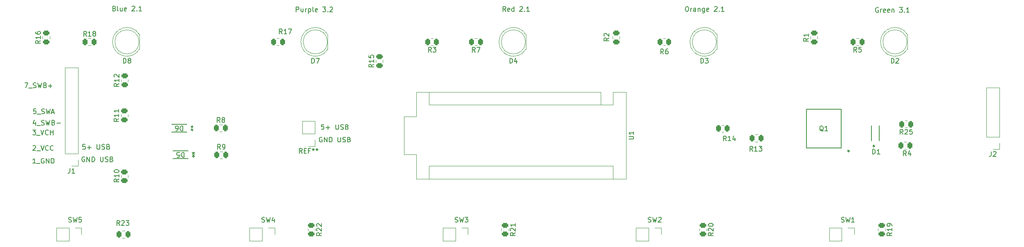
<source format=gto>
%TF.GenerationSoftware,KiCad,Pcbnew,(6.0.0-0)*%
%TF.CreationDate,2024-09-02T12:42:35-04:00*%
%TF.ProjectId,HappySwitchV3,48617070-7953-4776-9974-636856332e6b,rev?*%
%TF.SameCoordinates,Original*%
%TF.FileFunction,Legend,Top*%
%TF.FilePolarity,Positive*%
%FSLAX46Y46*%
G04 Gerber Fmt 4.6, Leading zero omitted, Abs format (unit mm)*
G04 Created by KiCad (PCBNEW (6.0.0-0)) date 2024-09-02 12:42:35*
%MOMM*%
%LPD*%
G01*
G04 APERTURE LIST*
G04 Aperture macros list*
%AMRoundRect*
0 Rectangle with rounded corners*
0 $1 Rounding radius*
0 $2 $3 $4 $5 $6 $7 $8 $9 X,Y pos of 4 corners*
0 Add a 4 corners polygon primitive as box body*
4,1,4,$2,$3,$4,$5,$6,$7,$8,$9,$2,$3,0*
0 Add four circle primitives for the rounded corners*
1,1,$1+$1,$2,$3*
1,1,$1+$1,$4,$5*
1,1,$1+$1,$6,$7*
1,1,$1+$1,$8,$9*
0 Add four rect primitives between the rounded corners*
20,1,$1+$1,$2,$3,$4,$5,0*
20,1,$1+$1,$4,$5,$6,$7,0*
20,1,$1+$1,$6,$7,$8,$9,0*
20,1,$1+$1,$8,$9,$2,$3,0*%
G04 Aperture macros list end*
%ADD10C,0.150000*%
%ADD11C,0.120000*%
%ADD12C,0.152400*%
%ADD13R,1.700000X1.700000*%
%ADD14O,1.700000X1.700000*%
%ADD15R,1.600000X1.600000*%
%ADD16O,1.600000X1.600000*%
%ADD17R,1.800000X1.800000*%
%ADD18C,1.800000*%
%ADD19RoundRect,0.250000X0.450000X-0.262500X0.450000X0.262500X-0.450000X0.262500X-0.450000X-0.262500X0*%
%ADD20R,0.600800X1.111200*%
%ADD21R,1.111200X0.600800*%
%ADD22RoundRect,0.250000X-0.262500X-0.450000X0.262500X-0.450000X0.262500X0.450000X-0.262500X0.450000X0*%
%ADD23RoundRect,0.250000X0.262500X0.450000X-0.262500X0.450000X-0.262500X-0.450000X0.262500X-0.450000X0*%
%ADD24RoundRect,0.250000X-0.450000X0.262500X-0.450000X-0.262500X0.450000X-0.262500X0.450000X0.262500X0*%
%ADD25R,1.320800X0.660400*%
G04 APERTURE END LIST*
D10*
X118107142Y-78850000D02*
X118011904Y-78802380D01*
X117869047Y-78802380D01*
X117726190Y-78850000D01*
X117630952Y-78945238D01*
X117583333Y-79040476D01*
X117535714Y-79230952D01*
X117535714Y-79373809D01*
X117583333Y-79564285D01*
X117630952Y-79659523D01*
X117726190Y-79754761D01*
X117869047Y-79802380D01*
X117964285Y-79802380D01*
X118107142Y-79754761D01*
X118154761Y-79707142D01*
X118154761Y-79373809D01*
X117964285Y-79373809D01*
X118583333Y-79802380D02*
X118583333Y-78802380D01*
X119154761Y-79802380D01*
X119154761Y-78802380D01*
X119630952Y-79802380D02*
X119630952Y-78802380D01*
X119869047Y-78802380D01*
X120011904Y-78850000D01*
X120107142Y-78945238D01*
X120154761Y-79040476D01*
X120202380Y-79230952D01*
X120202380Y-79373809D01*
X120154761Y-79564285D01*
X120107142Y-79659523D01*
X120011904Y-79754761D01*
X119869047Y-79802380D01*
X119630952Y-79802380D01*
X121392857Y-78802380D02*
X121392857Y-79611904D01*
X121440476Y-79707142D01*
X121488095Y-79754761D01*
X121583333Y-79802380D01*
X121773809Y-79802380D01*
X121869047Y-79754761D01*
X121916666Y-79707142D01*
X121964285Y-79611904D01*
X121964285Y-78802380D01*
X122392857Y-79754761D02*
X122535714Y-79802380D01*
X122773809Y-79802380D01*
X122869047Y-79754761D01*
X122916666Y-79707142D01*
X122964285Y-79611904D01*
X122964285Y-79516666D01*
X122916666Y-79421428D01*
X122869047Y-79373809D01*
X122773809Y-79326190D01*
X122583333Y-79278571D01*
X122488095Y-79230952D01*
X122440476Y-79183333D01*
X122392857Y-79088095D01*
X122392857Y-78992857D01*
X122440476Y-78897619D01*
X122488095Y-78850000D01*
X122583333Y-78802380D01*
X122821428Y-78802380D01*
X122964285Y-78850000D01*
X123726190Y-79278571D02*
X123869047Y-79326190D01*
X123916666Y-79373809D01*
X123964285Y-79469047D01*
X123964285Y-79611904D01*
X123916666Y-79707142D01*
X123869047Y-79754761D01*
X123773809Y-79802380D01*
X123392857Y-79802380D01*
X123392857Y-78802380D01*
X123726190Y-78802380D01*
X123821428Y-78850000D01*
X123869047Y-78897619D01*
X123916666Y-78992857D01*
X123916666Y-79088095D01*
X123869047Y-79183333D01*
X123821428Y-79230952D01*
X123726190Y-79278571D01*
X123392857Y-79278571D01*
X118488095Y-76177380D02*
X118011904Y-76177380D01*
X117964285Y-76653571D01*
X118011904Y-76605952D01*
X118107142Y-76558333D01*
X118345238Y-76558333D01*
X118440476Y-76605952D01*
X118488095Y-76653571D01*
X118535714Y-76748809D01*
X118535714Y-76986904D01*
X118488095Y-77082142D01*
X118440476Y-77129761D01*
X118345238Y-77177380D01*
X118107142Y-77177380D01*
X118011904Y-77129761D01*
X117964285Y-77082142D01*
X118964285Y-76796428D02*
X119726190Y-76796428D01*
X119345238Y-77177380D02*
X119345238Y-76415476D01*
X120964285Y-76177380D02*
X120964285Y-76986904D01*
X121011904Y-77082142D01*
X121059523Y-77129761D01*
X121154761Y-77177380D01*
X121345238Y-77177380D01*
X121440476Y-77129761D01*
X121488095Y-77082142D01*
X121535714Y-76986904D01*
X121535714Y-76177380D01*
X121964285Y-77129761D02*
X122107142Y-77177380D01*
X122345238Y-77177380D01*
X122440476Y-77129761D01*
X122488095Y-77082142D01*
X122535714Y-76986904D01*
X122535714Y-76891666D01*
X122488095Y-76796428D01*
X122440476Y-76748809D01*
X122345238Y-76701190D01*
X122154761Y-76653571D01*
X122059523Y-76605952D01*
X122011904Y-76558333D01*
X121964285Y-76463095D01*
X121964285Y-76367857D01*
X122011904Y-76272619D01*
X122059523Y-76225000D01*
X122154761Y-76177380D01*
X122392857Y-76177380D01*
X122535714Y-76225000D01*
X123297619Y-76653571D02*
X123440476Y-76701190D01*
X123488095Y-76748809D01*
X123535714Y-76844047D01*
X123535714Y-76986904D01*
X123488095Y-77082142D01*
X123440476Y-77129761D01*
X123345238Y-77177380D01*
X122964285Y-77177380D01*
X122964285Y-76177380D01*
X123297619Y-76177380D01*
X123392857Y-76225000D01*
X123440476Y-76272619D01*
X123488095Y-76367857D01*
X123488095Y-76463095D01*
X123440476Y-76558333D01*
X123392857Y-76605952D01*
X123297619Y-76653571D01*
X122964285Y-76653571D01*
X58208333Y-77302380D02*
X58827380Y-77302380D01*
X58494047Y-77683333D01*
X58636904Y-77683333D01*
X58732142Y-77730952D01*
X58779761Y-77778571D01*
X58827380Y-77873809D01*
X58827380Y-78111904D01*
X58779761Y-78207142D01*
X58732142Y-78254761D01*
X58636904Y-78302380D01*
X58351190Y-78302380D01*
X58255952Y-78254761D01*
X58208333Y-78207142D01*
X59017857Y-78397619D02*
X59779761Y-78397619D01*
X59875000Y-77302380D02*
X60208333Y-78302380D01*
X60541666Y-77302380D01*
X61446428Y-78207142D02*
X61398809Y-78254761D01*
X61255952Y-78302380D01*
X61160714Y-78302380D01*
X61017857Y-78254761D01*
X60922619Y-78159523D01*
X60875000Y-78064285D01*
X60827380Y-77873809D01*
X60827380Y-77730952D01*
X60875000Y-77540476D01*
X60922619Y-77445238D01*
X61017857Y-77350000D01*
X61160714Y-77302380D01*
X61255952Y-77302380D01*
X61398809Y-77350000D01*
X61446428Y-77397619D01*
X61875000Y-78302380D02*
X61875000Y-77302380D01*
X61875000Y-77778571D02*
X62446428Y-77778571D01*
X62446428Y-78302380D02*
X62446428Y-77302380D01*
X58880952Y-72927380D02*
X58404761Y-72927380D01*
X58357142Y-73403571D01*
X58404761Y-73355952D01*
X58500000Y-73308333D01*
X58738095Y-73308333D01*
X58833333Y-73355952D01*
X58880952Y-73403571D01*
X58928571Y-73498809D01*
X58928571Y-73736904D01*
X58880952Y-73832142D01*
X58833333Y-73879761D01*
X58738095Y-73927380D01*
X58500000Y-73927380D01*
X58404761Y-73879761D01*
X58357142Y-73832142D01*
X59119047Y-74022619D02*
X59880952Y-74022619D01*
X60071428Y-73879761D02*
X60214285Y-73927380D01*
X60452380Y-73927380D01*
X60547619Y-73879761D01*
X60595238Y-73832142D01*
X60642857Y-73736904D01*
X60642857Y-73641666D01*
X60595238Y-73546428D01*
X60547619Y-73498809D01*
X60452380Y-73451190D01*
X60261904Y-73403571D01*
X60166666Y-73355952D01*
X60119047Y-73308333D01*
X60071428Y-73213095D01*
X60071428Y-73117857D01*
X60119047Y-73022619D01*
X60166666Y-72975000D01*
X60261904Y-72927380D01*
X60500000Y-72927380D01*
X60642857Y-72975000D01*
X60976190Y-72927380D02*
X61214285Y-73927380D01*
X61404761Y-73213095D01*
X61595238Y-73927380D01*
X61833333Y-72927380D01*
X62166666Y-73641666D02*
X62642857Y-73641666D01*
X62071428Y-73927380D02*
X62404761Y-72927380D01*
X62738095Y-73927380D01*
X58279761Y-80622619D02*
X58327380Y-80575000D01*
X58422619Y-80527380D01*
X58660714Y-80527380D01*
X58755952Y-80575000D01*
X58803571Y-80622619D01*
X58851190Y-80717857D01*
X58851190Y-80813095D01*
X58803571Y-80955952D01*
X58232142Y-81527380D01*
X58851190Y-81527380D01*
X59041666Y-81622619D02*
X59803571Y-81622619D01*
X59898809Y-80527380D02*
X60232142Y-81527380D01*
X60565476Y-80527380D01*
X61470238Y-81432142D02*
X61422619Y-81479761D01*
X61279761Y-81527380D01*
X61184523Y-81527380D01*
X61041666Y-81479761D01*
X60946428Y-81384523D01*
X60898809Y-81289285D01*
X60851190Y-81098809D01*
X60851190Y-80955952D01*
X60898809Y-80765476D01*
X60946428Y-80670238D01*
X61041666Y-80575000D01*
X61184523Y-80527380D01*
X61279761Y-80527380D01*
X61422619Y-80575000D01*
X61470238Y-80622619D01*
X62470238Y-81432142D02*
X62422619Y-81479761D01*
X62279761Y-81527380D01*
X62184523Y-81527380D01*
X62041666Y-81479761D01*
X61946428Y-81384523D01*
X61898809Y-81289285D01*
X61851190Y-81098809D01*
X61851190Y-80955952D01*
X61898809Y-80765476D01*
X61946428Y-80670238D01*
X62041666Y-80575000D01*
X62184523Y-80527380D01*
X62279761Y-80527380D01*
X62422619Y-80575000D01*
X62470238Y-80622619D01*
X58830952Y-84202380D02*
X58259523Y-84202380D01*
X58545238Y-84202380D02*
X58545238Y-83202380D01*
X58450000Y-83345238D01*
X58354761Y-83440476D01*
X58259523Y-83488095D01*
X59021428Y-84297619D02*
X59783333Y-84297619D01*
X60545238Y-83250000D02*
X60450000Y-83202380D01*
X60307142Y-83202380D01*
X60164285Y-83250000D01*
X60069047Y-83345238D01*
X60021428Y-83440476D01*
X59973809Y-83630952D01*
X59973809Y-83773809D01*
X60021428Y-83964285D01*
X60069047Y-84059523D01*
X60164285Y-84154761D01*
X60307142Y-84202380D01*
X60402380Y-84202380D01*
X60545238Y-84154761D01*
X60592857Y-84107142D01*
X60592857Y-83773809D01*
X60402380Y-83773809D01*
X61021428Y-84202380D02*
X61021428Y-83202380D01*
X61592857Y-84202380D01*
X61592857Y-83202380D01*
X62069047Y-84202380D02*
X62069047Y-83202380D01*
X62307142Y-83202380D01*
X62450000Y-83250000D01*
X62545238Y-83345238D01*
X62592857Y-83440476D01*
X62640476Y-83630952D01*
X62640476Y-83773809D01*
X62592857Y-83964285D01*
X62545238Y-84059523D01*
X62450000Y-84154761D01*
X62307142Y-84202380D01*
X62069047Y-84202380D01*
X58792857Y-75610714D02*
X58792857Y-76277380D01*
X58554761Y-75229761D02*
X58316666Y-75944047D01*
X58935714Y-75944047D01*
X59078571Y-76372619D02*
X59840476Y-76372619D01*
X60030952Y-76229761D02*
X60173809Y-76277380D01*
X60411904Y-76277380D01*
X60507142Y-76229761D01*
X60554761Y-76182142D01*
X60602380Y-76086904D01*
X60602380Y-75991666D01*
X60554761Y-75896428D01*
X60507142Y-75848809D01*
X60411904Y-75801190D01*
X60221428Y-75753571D01*
X60126190Y-75705952D01*
X60078571Y-75658333D01*
X60030952Y-75563095D01*
X60030952Y-75467857D01*
X60078571Y-75372619D01*
X60126190Y-75325000D01*
X60221428Y-75277380D01*
X60459523Y-75277380D01*
X60602380Y-75325000D01*
X60935714Y-75277380D02*
X61173809Y-76277380D01*
X61364285Y-75563095D01*
X61554761Y-76277380D01*
X61792857Y-75277380D01*
X62507142Y-75753571D02*
X62650000Y-75801190D01*
X62697619Y-75848809D01*
X62745238Y-75944047D01*
X62745238Y-76086904D01*
X62697619Y-76182142D01*
X62650000Y-76229761D01*
X62554761Y-76277380D01*
X62173809Y-76277380D01*
X62173809Y-75277380D01*
X62507142Y-75277380D01*
X62602380Y-75325000D01*
X62650000Y-75372619D01*
X62697619Y-75467857D01*
X62697619Y-75563095D01*
X62650000Y-75658333D01*
X62602380Y-75705952D01*
X62507142Y-75753571D01*
X62173809Y-75753571D01*
X63173809Y-75896428D02*
X63935714Y-75896428D01*
X56569047Y-67527380D02*
X57235714Y-67527380D01*
X56807142Y-68527380D01*
X57378571Y-68622619D02*
X58140476Y-68622619D01*
X58330952Y-68479761D02*
X58473809Y-68527380D01*
X58711904Y-68527380D01*
X58807142Y-68479761D01*
X58854761Y-68432142D01*
X58902380Y-68336904D01*
X58902380Y-68241666D01*
X58854761Y-68146428D01*
X58807142Y-68098809D01*
X58711904Y-68051190D01*
X58521428Y-68003571D01*
X58426190Y-67955952D01*
X58378571Y-67908333D01*
X58330952Y-67813095D01*
X58330952Y-67717857D01*
X58378571Y-67622619D01*
X58426190Y-67575000D01*
X58521428Y-67527380D01*
X58759523Y-67527380D01*
X58902380Y-67575000D01*
X59235714Y-67527380D02*
X59473809Y-68527380D01*
X59664285Y-67813095D01*
X59854761Y-68527380D01*
X60092857Y-67527380D01*
X60807142Y-68003571D02*
X60950000Y-68051190D01*
X60997619Y-68098809D01*
X61045238Y-68194047D01*
X61045238Y-68336904D01*
X60997619Y-68432142D01*
X60950000Y-68479761D01*
X60854761Y-68527380D01*
X60473809Y-68527380D01*
X60473809Y-67527380D01*
X60807142Y-67527380D01*
X60902380Y-67575000D01*
X60950000Y-67622619D01*
X60997619Y-67717857D01*
X60997619Y-67813095D01*
X60950000Y-67908333D01*
X60902380Y-67955952D01*
X60807142Y-68003571D01*
X60473809Y-68003571D01*
X61473809Y-68146428D02*
X62235714Y-68146428D01*
X61854761Y-68527380D02*
X61854761Y-67765476D01*
X69063095Y-80302380D02*
X68586904Y-80302380D01*
X68539285Y-80778571D01*
X68586904Y-80730952D01*
X68682142Y-80683333D01*
X68920238Y-80683333D01*
X69015476Y-80730952D01*
X69063095Y-80778571D01*
X69110714Y-80873809D01*
X69110714Y-81111904D01*
X69063095Y-81207142D01*
X69015476Y-81254761D01*
X68920238Y-81302380D01*
X68682142Y-81302380D01*
X68586904Y-81254761D01*
X68539285Y-81207142D01*
X69539285Y-80921428D02*
X70301190Y-80921428D01*
X69920238Y-81302380D02*
X69920238Y-80540476D01*
X71539285Y-80302380D02*
X71539285Y-81111904D01*
X71586904Y-81207142D01*
X71634523Y-81254761D01*
X71729761Y-81302380D01*
X71920238Y-81302380D01*
X72015476Y-81254761D01*
X72063095Y-81207142D01*
X72110714Y-81111904D01*
X72110714Y-80302380D01*
X72539285Y-81254761D02*
X72682142Y-81302380D01*
X72920238Y-81302380D01*
X73015476Y-81254761D01*
X73063095Y-81207142D01*
X73110714Y-81111904D01*
X73110714Y-81016666D01*
X73063095Y-80921428D01*
X73015476Y-80873809D01*
X72920238Y-80826190D01*
X72729761Y-80778571D01*
X72634523Y-80730952D01*
X72586904Y-80683333D01*
X72539285Y-80588095D01*
X72539285Y-80492857D01*
X72586904Y-80397619D01*
X72634523Y-80350000D01*
X72729761Y-80302380D01*
X72967857Y-80302380D01*
X73110714Y-80350000D01*
X73872619Y-80778571D02*
X74015476Y-80826190D01*
X74063095Y-80873809D01*
X74110714Y-80969047D01*
X74110714Y-81111904D01*
X74063095Y-81207142D01*
X74015476Y-81254761D01*
X73920238Y-81302380D01*
X73539285Y-81302380D01*
X73539285Y-80302380D01*
X73872619Y-80302380D01*
X73967857Y-80350000D01*
X74015476Y-80397619D01*
X74063095Y-80492857D01*
X74063095Y-80588095D01*
X74015476Y-80683333D01*
X73967857Y-80730952D01*
X73872619Y-80778571D01*
X73539285Y-80778571D01*
X68957142Y-82925000D02*
X68861904Y-82877380D01*
X68719047Y-82877380D01*
X68576190Y-82925000D01*
X68480952Y-83020238D01*
X68433333Y-83115476D01*
X68385714Y-83305952D01*
X68385714Y-83448809D01*
X68433333Y-83639285D01*
X68480952Y-83734523D01*
X68576190Y-83829761D01*
X68719047Y-83877380D01*
X68814285Y-83877380D01*
X68957142Y-83829761D01*
X69004761Y-83782142D01*
X69004761Y-83448809D01*
X68814285Y-83448809D01*
X69433333Y-83877380D02*
X69433333Y-82877380D01*
X70004761Y-83877380D01*
X70004761Y-82877380D01*
X70480952Y-83877380D02*
X70480952Y-82877380D01*
X70719047Y-82877380D01*
X70861904Y-82925000D01*
X70957142Y-83020238D01*
X71004761Y-83115476D01*
X71052380Y-83305952D01*
X71052380Y-83448809D01*
X71004761Y-83639285D01*
X70957142Y-83734523D01*
X70861904Y-83829761D01*
X70719047Y-83877380D01*
X70480952Y-83877380D01*
X72242857Y-82877380D02*
X72242857Y-83686904D01*
X72290476Y-83782142D01*
X72338095Y-83829761D01*
X72433333Y-83877380D01*
X72623809Y-83877380D01*
X72719047Y-83829761D01*
X72766666Y-83782142D01*
X72814285Y-83686904D01*
X72814285Y-82877380D01*
X73242857Y-83829761D02*
X73385714Y-83877380D01*
X73623809Y-83877380D01*
X73719047Y-83829761D01*
X73766666Y-83782142D01*
X73814285Y-83686904D01*
X73814285Y-83591666D01*
X73766666Y-83496428D01*
X73719047Y-83448809D01*
X73623809Y-83401190D01*
X73433333Y-83353571D01*
X73338095Y-83305952D01*
X73290476Y-83258333D01*
X73242857Y-83163095D01*
X73242857Y-83067857D01*
X73290476Y-82972619D01*
X73338095Y-82925000D01*
X73433333Y-82877380D01*
X73671428Y-82877380D01*
X73814285Y-82925000D01*
X74576190Y-83353571D02*
X74719047Y-83401190D01*
X74766666Y-83448809D01*
X74814285Y-83544047D01*
X74814285Y-83686904D01*
X74766666Y-83782142D01*
X74719047Y-83829761D01*
X74623809Y-83877380D01*
X74242857Y-83877380D01*
X74242857Y-82877380D01*
X74576190Y-82877380D01*
X74671428Y-82925000D01*
X74719047Y-82972619D01*
X74766666Y-83067857D01*
X74766666Y-83163095D01*
X74719047Y-83258333D01*
X74671428Y-83305952D01*
X74576190Y-83353571D01*
X74242857Y-83353571D01*
%TO.C,REF\u002A\u002A*%
X113991666Y-82132380D02*
X113658333Y-81656190D01*
X113420238Y-82132380D02*
X113420238Y-81132380D01*
X113801190Y-81132380D01*
X113896428Y-81180000D01*
X113944047Y-81227619D01*
X113991666Y-81322857D01*
X113991666Y-81465714D01*
X113944047Y-81560952D01*
X113896428Y-81608571D01*
X113801190Y-81656190D01*
X113420238Y-81656190D01*
X114420238Y-81608571D02*
X114753571Y-81608571D01*
X114896428Y-82132380D02*
X114420238Y-82132380D01*
X114420238Y-81132380D01*
X114896428Y-81132380D01*
X115658333Y-81608571D02*
X115325000Y-81608571D01*
X115325000Y-82132380D02*
X115325000Y-81132380D01*
X115801190Y-81132380D01*
X116325000Y-81132380D02*
X116325000Y-81370476D01*
X116086904Y-81275238D02*
X116325000Y-81370476D01*
X116563095Y-81275238D01*
X116182142Y-81560952D02*
X116325000Y-81370476D01*
X116467857Y-81560952D01*
X117086904Y-81132380D02*
X117086904Y-81370476D01*
X116848809Y-81275238D02*
X117086904Y-81370476D01*
X117325000Y-81275238D01*
X116944047Y-81560952D02*
X117086904Y-81370476D01*
X117229761Y-81560952D01*
%TO.C,U1*%
X181632380Y-79211904D02*
X182441904Y-79211904D01*
X182537142Y-79164285D01*
X182584761Y-79116666D01*
X182632380Y-79021428D01*
X182632380Y-78830952D01*
X182584761Y-78735714D01*
X182537142Y-78688095D01*
X182441904Y-78640476D01*
X181632380Y-78640476D01*
X182632380Y-77640476D02*
X182632380Y-78211904D01*
X182632380Y-77926190D02*
X181632380Y-77926190D01*
X181775238Y-78021428D01*
X181870476Y-78116666D01*
X181918095Y-78211904D01*
%TO.C,D2*%
X235991904Y-63412380D02*
X235991904Y-62412380D01*
X236230000Y-62412380D01*
X236372857Y-62460000D01*
X236468095Y-62555238D01*
X236515714Y-62650476D01*
X236563333Y-62840952D01*
X236563333Y-62983809D01*
X236515714Y-63174285D01*
X236468095Y-63269523D01*
X236372857Y-63364761D01*
X236230000Y-63412380D01*
X235991904Y-63412380D01*
X236944285Y-62507619D02*
X236991904Y-62460000D01*
X237087142Y-62412380D01*
X237325238Y-62412380D01*
X237420476Y-62460000D01*
X237468095Y-62507619D01*
X237515714Y-62602857D01*
X237515714Y-62698095D01*
X237468095Y-62840952D01*
X236896666Y-63412380D01*
X237515714Y-63412380D01*
X233271428Y-51900000D02*
X233176190Y-51852380D01*
X233033333Y-51852380D01*
X232890476Y-51900000D01*
X232795238Y-51995238D01*
X232747619Y-52090476D01*
X232700000Y-52280952D01*
X232700000Y-52423809D01*
X232747619Y-52614285D01*
X232795238Y-52709523D01*
X232890476Y-52804761D01*
X233033333Y-52852380D01*
X233128571Y-52852380D01*
X233271428Y-52804761D01*
X233319047Y-52757142D01*
X233319047Y-52423809D01*
X233128571Y-52423809D01*
X233747619Y-52852380D02*
X233747619Y-52185714D01*
X233747619Y-52376190D02*
X233795238Y-52280952D01*
X233842857Y-52233333D01*
X233938095Y-52185714D01*
X234033333Y-52185714D01*
X234747619Y-52804761D02*
X234652380Y-52852380D01*
X234461904Y-52852380D01*
X234366666Y-52804761D01*
X234319047Y-52709523D01*
X234319047Y-52328571D01*
X234366666Y-52233333D01*
X234461904Y-52185714D01*
X234652380Y-52185714D01*
X234747619Y-52233333D01*
X234795238Y-52328571D01*
X234795238Y-52423809D01*
X234319047Y-52519047D01*
X235604761Y-52804761D02*
X235509523Y-52852380D01*
X235319047Y-52852380D01*
X235223809Y-52804761D01*
X235176190Y-52709523D01*
X235176190Y-52328571D01*
X235223809Y-52233333D01*
X235319047Y-52185714D01*
X235509523Y-52185714D01*
X235604761Y-52233333D01*
X235652380Y-52328571D01*
X235652380Y-52423809D01*
X235176190Y-52519047D01*
X236080952Y-52185714D02*
X236080952Y-52852380D01*
X236080952Y-52280952D02*
X236128571Y-52233333D01*
X236223809Y-52185714D01*
X236366666Y-52185714D01*
X236461904Y-52233333D01*
X236509523Y-52328571D01*
X236509523Y-52852380D01*
X237652380Y-51852380D02*
X238271428Y-51852380D01*
X237938095Y-52233333D01*
X238080952Y-52233333D01*
X238176190Y-52280952D01*
X238223809Y-52328571D01*
X238271428Y-52423809D01*
X238271428Y-52661904D01*
X238223809Y-52757142D01*
X238176190Y-52804761D01*
X238080952Y-52852380D01*
X237795238Y-52852380D01*
X237700000Y-52804761D01*
X237652380Y-52757142D01*
X238700000Y-52757142D02*
X238747619Y-52804761D01*
X238700000Y-52852380D01*
X238652380Y-52804761D01*
X238700000Y-52757142D01*
X238700000Y-52852380D01*
X239700000Y-52852380D02*
X239128571Y-52852380D01*
X239414285Y-52852380D02*
X239414285Y-51852380D01*
X239319047Y-51995238D01*
X239223809Y-52090476D01*
X239128571Y-52138095D01*
%TO.C,R15*%
X128802380Y-63642857D02*
X128326190Y-63976190D01*
X128802380Y-64214285D02*
X127802380Y-64214285D01*
X127802380Y-63833333D01*
X127850000Y-63738095D01*
X127897619Y-63690476D01*
X127992857Y-63642857D01*
X128135714Y-63642857D01*
X128230952Y-63690476D01*
X128278571Y-63738095D01*
X128326190Y-63833333D01*
X128326190Y-64214285D01*
X128802380Y-62690476D02*
X128802380Y-63261904D01*
X128802380Y-62976190D02*
X127802380Y-62976190D01*
X127945238Y-63071428D01*
X128040476Y-63166666D01*
X128088095Y-63261904D01*
X127802380Y-61785714D02*
X127802380Y-62261904D01*
X128278571Y-62309523D01*
X128230952Y-62261904D01*
X128183333Y-62166666D01*
X128183333Y-61928571D01*
X128230952Y-61833333D01*
X128278571Y-61785714D01*
X128373809Y-61738095D01*
X128611904Y-61738095D01*
X128707142Y-61785714D01*
X128754761Y-61833333D01*
X128802380Y-61928571D01*
X128802380Y-62166666D01*
X128754761Y-62261904D01*
X128707142Y-62309523D01*
%TO.C,R16*%
X59802380Y-58730357D02*
X59326190Y-59063690D01*
X59802380Y-59301785D02*
X58802380Y-59301785D01*
X58802380Y-58920833D01*
X58850000Y-58825595D01*
X58897619Y-58777976D01*
X58992857Y-58730357D01*
X59135714Y-58730357D01*
X59230952Y-58777976D01*
X59278571Y-58825595D01*
X59326190Y-58920833D01*
X59326190Y-59301785D01*
X59802380Y-57777976D02*
X59802380Y-58349404D01*
X59802380Y-58063690D02*
X58802380Y-58063690D01*
X58945238Y-58158928D01*
X59040476Y-58254166D01*
X59088095Y-58349404D01*
X58802380Y-56920833D02*
X58802380Y-57111309D01*
X58850000Y-57206547D01*
X58897619Y-57254166D01*
X59040476Y-57349404D01*
X59230952Y-57397023D01*
X59611904Y-57397023D01*
X59707142Y-57349404D01*
X59754761Y-57301785D01*
X59802380Y-57206547D01*
X59802380Y-57016071D01*
X59754761Y-56920833D01*
X59707142Y-56873214D01*
X59611904Y-56825595D01*
X59373809Y-56825595D01*
X59278571Y-56873214D01*
X59230952Y-56920833D01*
X59183333Y-57016071D01*
X59183333Y-57206547D01*
X59230952Y-57301785D01*
X59278571Y-57349404D01*
X59373809Y-57397023D01*
%TO.C,D1*%
X232086904Y-82277380D02*
X232086904Y-81277380D01*
X232325000Y-81277380D01*
X232467857Y-81325000D01*
X232563095Y-81420238D01*
X232610714Y-81515476D01*
X232658333Y-81705952D01*
X232658333Y-81848809D01*
X232610714Y-82039285D01*
X232563095Y-82134523D01*
X232467857Y-82229761D01*
X232325000Y-82277380D01*
X232086904Y-82277380D01*
X233610714Y-82277380D02*
X233039285Y-82277380D01*
X233325000Y-82277380D02*
X233325000Y-81277380D01*
X233229761Y-81420238D01*
X233134523Y-81515476D01*
X233039285Y-81563095D01*
X232127380Y-80611600D02*
X232365476Y-80611600D01*
X232270238Y-80849695D02*
X232365476Y-80611600D01*
X232270238Y-80373504D01*
X232555952Y-80754457D02*
X232365476Y-80611600D01*
X232555952Y-80468742D01*
%TO.C,R2*%
X177477380Y-58191666D02*
X177001190Y-58525000D01*
X177477380Y-58763095D02*
X176477380Y-58763095D01*
X176477380Y-58382142D01*
X176525000Y-58286904D01*
X176572619Y-58239285D01*
X176667857Y-58191666D01*
X176810714Y-58191666D01*
X176905952Y-58239285D01*
X176953571Y-58286904D01*
X177001190Y-58382142D01*
X177001190Y-58763095D01*
X176572619Y-57810714D02*
X176525000Y-57763095D01*
X176477380Y-57667857D01*
X176477380Y-57429761D01*
X176525000Y-57334523D01*
X176572619Y-57286904D01*
X176667857Y-57239285D01*
X176763095Y-57239285D01*
X176905952Y-57286904D01*
X177477380Y-57858333D01*
X177477380Y-57239285D01*
%TO.C,D6*%
X89288095Y-76472619D02*
X89288095Y-77472619D01*
X89050000Y-77472619D01*
X88907142Y-77425000D01*
X88811904Y-77329761D01*
X88764285Y-77234523D01*
X88716666Y-77044047D01*
X88716666Y-76901190D01*
X88764285Y-76710714D01*
X88811904Y-76615476D01*
X88907142Y-76520238D01*
X89050000Y-76472619D01*
X89288095Y-76472619D01*
X87859523Y-77472619D02*
X88050000Y-77472619D01*
X88145238Y-77425000D01*
X88192857Y-77377380D01*
X88288095Y-77234523D01*
X88335714Y-77044047D01*
X88335714Y-76663095D01*
X88288095Y-76567857D01*
X88240476Y-76520238D01*
X88145238Y-76472619D01*
X87954761Y-76472619D01*
X87859523Y-76520238D01*
X87811904Y-76567857D01*
X87764285Y-76663095D01*
X87764285Y-76901190D01*
X87811904Y-76996428D01*
X87859523Y-77044047D01*
X87954761Y-77091666D01*
X88145238Y-77091666D01*
X88240476Y-77044047D01*
X88288095Y-76996428D01*
X88335714Y-76901190D01*
X91211600Y-76377380D02*
X91211600Y-76615476D01*
X90973504Y-76520238D02*
X91211600Y-76615476D01*
X91449695Y-76520238D01*
X91068742Y-76805952D02*
X91211600Y-76615476D01*
X91354457Y-76805952D01*
X91211600Y-77472619D02*
X91211600Y-77234523D01*
X91449695Y-77329761D02*
X91211600Y-77234523D01*
X90973504Y-77329761D01*
X91354457Y-77044047D02*
X91211600Y-77234523D01*
X91068742Y-77044047D01*
%TO.C,D7*%
X115991904Y-63412380D02*
X115991904Y-62412380D01*
X116230000Y-62412380D01*
X116372857Y-62460000D01*
X116468095Y-62555238D01*
X116515714Y-62650476D01*
X116563333Y-62840952D01*
X116563333Y-62983809D01*
X116515714Y-63174285D01*
X116468095Y-63269523D01*
X116372857Y-63364761D01*
X116230000Y-63412380D01*
X115991904Y-63412380D01*
X116896666Y-62412380D02*
X117563333Y-62412380D01*
X117134761Y-63412380D01*
X112786904Y-52752380D02*
X112786904Y-51752380D01*
X113167857Y-51752380D01*
X113263095Y-51800000D01*
X113310714Y-51847619D01*
X113358333Y-51942857D01*
X113358333Y-52085714D01*
X113310714Y-52180952D01*
X113263095Y-52228571D01*
X113167857Y-52276190D01*
X112786904Y-52276190D01*
X114215476Y-52085714D02*
X114215476Y-52752380D01*
X113786904Y-52085714D02*
X113786904Y-52609523D01*
X113834523Y-52704761D01*
X113929761Y-52752380D01*
X114072619Y-52752380D01*
X114167857Y-52704761D01*
X114215476Y-52657142D01*
X114691666Y-52752380D02*
X114691666Y-52085714D01*
X114691666Y-52276190D02*
X114739285Y-52180952D01*
X114786904Y-52133333D01*
X114882142Y-52085714D01*
X114977380Y-52085714D01*
X115310714Y-52085714D02*
X115310714Y-53085714D01*
X115310714Y-52133333D02*
X115405952Y-52085714D01*
X115596428Y-52085714D01*
X115691666Y-52133333D01*
X115739285Y-52180952D01*
X115786904Y-52276190D01*
X115786904Y-52561904D01*
X115739285Y-52657142D01*
X115691666Y-52704761D01*
X115596428Y-52752380D01*
X115405952Y-52752380D01*
X115310714Y-52704761D01*
X116358333Y-52752380D02*
X116263095Y-52704761D01*
X116215476Y-52609523D01*
X116215476Y-51752380D01*
X117120238Y-52704761D02*
X117025000Y-52752380D01*
X116834523Y-52752380D01*
X116739285Y-52704761D01*
X116691666Y-52609523D01*
X116691666Y-52228571D01*
X116739285Y-52133333D01*
X116834523Y-52085714D01*
X117025000Y-52085714D01*
X117120238Y-52133333D01*
X117167857Y-52228571D01*
X117167857Y-52323809D01*
X116691666Y-52419047D01*
X118263095Y-51752380D02*
X118882142Y-51752380D01*
X118548809Y-52133333D01*
X118691666Y-52133333D01*
X118786904Y-52180952D01*
X118834523Y-52228571D01*
X118882142Y-52323809D01*
X118882142Y-52561904D01*
X118834523Y-52657142D01*
X118786904Y-52704761D01*
X118691666Y-52752380D01*
X118405952Y-52752380D01*
X118310714Y-52704761D01*
X118263095Y-52657142D01*
X119310714Y-52657142D02*
X119358333Y-52704761D01*
X119310714Y-52752380D01*
X119263095Y-52704761D01*
X119310714Y-52657142D01*
X119310714Y-52752380D01*
X119739285Y-51847619D02*
X119786904Y-51800000D01*
X119882142Y-51752380D01*
X120120238Y-51752380D01*
X120215476Y-51800000D01*
X120263095Y-51847619D01*
X120310714Y-51942857D01*
X120310714Y-52038095D01*
X120263095Y-52180952D01*
X119691666Y-52752380D01*
X120310714Y-52752380D01*
%TO.C,R1*%
X218802380Y-58254166D02*
X218326190Y-58587500D01*
X218802380Y-58825595D02*
X217802380Y-58825595D01*
X217802380Y-58444642D01*
X217850000Y-58349404D01*
X217897619Y-58301785D01*
X217992857Y-58254166D01*
X218135714Y-58254166D01*
X218230952Y-58301785D01*
X218278571Y-58349404D01*
X218326190Y-58444642D01*
X218326190Y-58825595D01*
X218802380Y-57301785D02*
X218802380Y-57873214D01*
X218802380Y-57587500D02*
X217802380Y-57587500D01*
X217945238Y-57682738D01*
X218040476Y-57777976D01*
X218088095Y-57873214D01*
%TO.C,J2*%
X256666666Y-81782380D02*
X256666666Y-82496666D01*
X256619047Y-82639523D01*
X256523809Y-82734761D01*
X256380952Y-82782380D01*
X256285714Y-82782380D01*
X257095238Y-81877619D02*
X257142857Y-81830000D01*
X257238095Y-81782380D01*
X257476190Y-81782380D01*
X257571428Y-81830000D01*
X257619047Y-81877619D01*
X257666666Y-81972857D01*
X257666666Y-82068095D01*
X257619047Y-82210952D01*
X257047619Y-82782380D01*
X257666666Y-82782380D01*
%TO.C,R13*%
X207282142Y-81677380D02*
X206948809Y-81201190D01*
X206710714Y-81677380D02*
X206710714Y-80677380D01*
X207091666Y-80677380D01*
X207186904Y-80725000D01*
X207234523Y-80772619D01*
X207282142Y-80867857D01*
X207282142Y-81010714D01*
X207234523Y-81105952D01*
X207186904Y-81153571D01*
X207091666Y-81201190D01*
X206710714Y-81201190D01*
X208234523Y-81677380D02*
X207663095Y-81677380D01*
X207948809Y-81677380D02*
X207948809Y-80677380D01*
X207853571Y-80820238D01*
X207758333Y-80915476D01*
X207663095Y-80963095D01*
X208567857Y-80677380D02*
X209186904Y-80677380D01*
X208853571Y-81058333D01*
X208996428Y-81058333D01*
X209091666Y-81105952D01*
X209139285Y-81153571D01*
X209186904Y-81248809D01*
X209186904Y-81486904D01*
X209139285Y-81582142D01*
X209091666Y-81629761D01*
X208996428Y-81677380D01*
X208710714Y-81677380D01*
X208615476Y-81629761D01*
X208567857Y-81582142D01*
%TO.C,R17*%
X109882142Y-57327380D02*
X109548809Y-56851190D01*
X109310714Y-57327380D02*
X109310714Y-56327380D01*
X109691666Y-56327380D01*
X109786904Y-56375000D01*
X109834523Y-56422619D01*
X109882142Y-56517857D01*
X109882142Y-56660714D01*
X109834523Y-56755952D01*
X109786904Y-56803571D01*
X109691666Y-56851190D01*
X109310714Y-56851190D01*
X110834523Y-57327380D02*
X110263095Y-57327380D01*
X110548809Y-57327380D02*
X110548809Y-56327380D01*
X110453571Y-56470238D01*
X110358333Y-56565476D01*
X110263095Y-56613095D01*
X111167857Y-56327380D02*
X111834523Y-56327380D01*
X111405952Y-57327380D01*
%TO.C,R25*%
X238407142Y-78202380D02*
X238073809Y-77726190D01*
X237835714Y-78202380D02*
X237835714Y-77202380D01*
X238216666Y-77202380D01*
X238311904Y-77250000D01*
X238359523Y-77297619D01*
X238407142Y-77392857D01*
X238407142Y-77535714D01*
X238359523Y-77630952D01*
X238311904Y-77678571D01*
X238216666Y-77726190D01*
X237835714Y-77726190D01*
X238788095Y-77297619D02*
X238835714Y-77250000D01*
X238930952Y-77202380D01*
X239169047Y-77202380D01*
X239264285Y-77250000D01*
X239311904Y-77297619D01*
X239359523Y-77392857D01*
X239359523Y-77488095D01*
X239311904Y-77630952D01*
X238740476Y-78202380D01*
X239359523Y-78202380D01*
X240264285Y-77202380D02*
X239788095Y-77202380D01*
X239740476Y-77678571D01*
X239788095Y-77630952D01*
X239883333Y-77583333D01*
X240121428Y-77583333D01*
X240216666Y-77630952D01*
X240264285Y-77678571D01*
X240311904Y-77773809D01*
X240311904Y-78011904D01*
X240264285Y-78107142D01*
X240216666Y-78154761D01*
X240121428Y-78202380D01*
X239883333Y-78202380D01*
X239788095Y-78154761D01*
X239740476Y-78107142D01*
%TO.C,R3*%
X140745833Y-61102380D02*
X140412500Y-60626190D01*
X140174404Y-61102380D02*
X140174404Y-60102380D01*
X140555357Y-60102380D01*
X140650595Y-60150000D01*
X140698214Y-60197619D01*
X140745833Y-60292857D01*
X140745833Y-60435714D01*
X140698214Y-60530952D01*
X140650595Y-60578571D01*
X140555357Y-60626190D01*
X140174404Y-60626190D01*
X141079166Y-60102380D02*
X141698214Y-60102380D01*
X141364880Y-60483333D01*
X141507738Y-60483333D01*
X141602976Y-60530952D01*
X141650595Y-60578571D01*
X141698214Y-60673809D01*
X141698214Y-60911904D01*
X141650595Y-61007142D01*
X141602976Y-61054761D01*
X141507738Y-61102380D01*
X141222023Y-61102380D01*
X141126785Y-61054761D01*
X141079166Y-61007142D01*
%TO.C,R21*%
X158102380Y-98642857D02*
X157626190Y-98976190D01*
X158102380Y-99214285D02*
X157102380Y-99214285D01*
X157102380Y-98833333D01*
X157150000Y-98738095D01*
X157197619Y-98690476D01*
X157292857Y-98642857D01*
X157435714Y-98642857D01*
X157530952Y-98690476D01*
X157578571Y-98738095D01*
X157626190Y-98833333D01*
X157626190Y-99214285D01*
X157197619Y-98261904D02*
X157150000Y-98214285D01*
X157102380Y-98119047D01*
X157102380Y-97880952D01*
X157150000Y-97785714D01*
X157197619Y-97738095D01*
X157292857Y-97690476D01*
X157388095Y-97690476D01*
X157530952Y-97738095D01*
X158102380Y-98309523D01*
X158102380Y-97690476D01*
X158102380Y-96738095D02*
X158102380Y-97309523D01*
X158102380Y-97023809D02*
X157102380Y-97023809D01*
X157245238Y-97119047D01*
X157340476Y-97214285D01*
X157388095Y-97309523D01*
%TO.C,R23*%
X76232142Y-97127380D02*
X75898809Y-96651190D01*
X75660714Y-97127380D02*
X75660714Y-96127380D01*
X76041666Y-96127380D01*
X76136904Y-96175000D01*
X76184523Y-96222619D01*
X76232142Y-96317857D01*
X76232142Y-96460714D01*
X76184523Y-96555952D01*
X76136904Y-96603571D01*
X76041666Y-96651190D01*
X75660714Y-96651190D01*
X76613095Y-96222619D02*
X76660714Y-96175000D01*
X76755952Y-96127380D01*
X76994047Y-96127380D01*
X77089285Y-96175000D01*
X77136904Y-96222619D01*
X77184523Y-96317857D01*
X77184523Y-96413095D01*
X77136904Y-96555952D01*
X76565476Y-97127380D01*
X77184523Y-97127380D01*
X77517857Y-96127380D02*
X78136904Y-96127380D01*
X77803571Y-96508333D01*
X77946428Y-96508333D01*
X78041666Y-96555952D01*
X78089285Y-96603571D01*
X78136904Y-96698809D01*
X78136904Y-96936904D01*
X78089285Y-97032142D01*
X78041666Y-97079761D01*
X77946428Y-97127380D01*
X77660714Y-97127380D01*
X77565476Y-97079761D01*
X77517857Y-97032142D01*
%TO.C,R10*%
X76052380Y-87467857D02*
X75576190Y-87801190D01*
X76052380Y-88039285D02*
X75052380Y-88039285D01*
X75052380Y-87658333D01*
X75100000Y-87563095D01*
X75147619Y-87515476D01*
X75242857Y-87467857D01*
X75385714Y-87467857D01*
X75480952Y-87515476D01*
X75528571Y-87563095D01*
X75576190Y-87658333D01*
X75576190Y-88039285D01*
X76052380Y-86515476D02*
X76052380Y-87086904D01*
X76052380Y-86801190D02*
X75052380Y-86801190D01*
X75195238Y-86896428D01*
X75290476Y-86991666D01*
X75338095Y-87086904D01*
X75052380Y-85896428D02*
X75052380Y-85801190D01*
X75100000Y-85705952D01*
X75147619Y-85658333D01*
X75242857Y-85610714D01*
X75433333Y-85563095D01*
X75671428Y-85563095D01*
X75861904Y-85610714D01*
X75957142Y-85658333D01*
X76004761Y-85705952D01*
X76052380Y-85801190D01*
X76052380Y-85896428D01*
X76004761Y-85991666D01*
X75957142Y-86039285D01*
X75861904Y-86086904D01*
X75671428Y-86134523D01*
X75433333Y-86134523D01*
X75242857Y-86086904D01*
X75147619Y-86039285D01*
X75100000Y-85991666D01*
X75052380Y-85896428D01*
%TO.C,SW3*%
X145666666Y-96404761D02*
X145809523Y-96452380D01*
X146047619Y-96452380D01*
X146142857Y-96404761D01*
X146190476Y-96357142D01*
X146238095Y-96261904D01*
X146238095Y-96166666D01*
X146190476Y-96071428D01*
X146142857Y-96023809D01*
X146047619Y-95976190D01*
X145857142Y-95928571D01*
X145761904Y-95880952D01*
X145714285Y-95833333D01*
X145666666Y-95738095D01*
X145666666Y-95642857D01*
X145714285Y-95547619D01*
X145761904Y-95500000D01*
X145857142Y-95452380D01*
X146095238Y-95452380D01*
X146238095Y-95500000D01*
X146571428Y-95452380D02*
X146809523Y-96452380D01*
X147000000Y-95738095D01*
X147190476Y-96452380D01*
X147428571Y-95452380D01*
X147714285Y-95452380D02*
X148333333Y-95452380D01*
X148000000Y-95833333D01*
X148142857Y-95833333D01*
X148238095Y-95880952D01*
X148285714Y-95928571D01*
X148333333Y-96023809D01*
X148333333Y-96261904D01*
X148285714Y-96357142D01*
X148238095Y-96404761D01*
X148142857Y-96452380D01*
X147857142Y-96452380D01*
X147761904Y-96404761D01*
X147714285Y-96357142D01*
%TO.C,D8*%
X76991904Y-63412380D02*
X76991904Y-62412380D01*
X77230000Y-62412380D01*
X77372857Y-62460000D01*
X77468095Y-62555238D01*
X77515714Y-62650476D01*
X77563333Y-62840952D01*
X77563333Y-62983809D01*
X77515714Y-63174285D01*
X77468095Y-63269523D01*
X77372857Y-63364761D01*
X77230000Y-63412380D01*
X76991904Y-63412380D01*
X78134761Y-62840952D02*
X78039523Y-62793333D01*
X77991904Y-62745714D01*
X77944285Y-62650476D01*
X77944285Y-62602857D01*
X77991904Y-62507619D01*
X78039523Y-62460000D01*
X78134761Y-62412380D01*
X78325238Y-62412380D01*
X78420476Y-62460000D01*
X78468095Y-62507619D01*
X78515714Y-62602857D01*
X78515714Y-62650476D01*
X78468095Y-62745714D01*
X78420476Y-62793333D01*
X78325238Y-62840952D01*
X78134761Y-62840952D01*
X78039523Y-62888571D01*
X77991904Y-62936190D01*
X77944285Y-63031428D01*
X77944285Y-63221904D01*
X77991904Y-63317142D01*
X78039523Y-63364761D01*
X78134761Y-63412380D01*
X78325238Y-63412380D01*
X78420476Y-63364761D01*
X78468095Y-63317142D01*
X78515714Y-63221904D01*
X78515714Y-63031428D01*
X78468095Y-62936190D01*
X78420476Y-62888571D01*
X78325238Y-62840952D01*
X75107142Y-52053571D02*
X75250000Y-52101190D01*
X75297619Y-52148809D01*
X75345238Y-52244047D01*
X75345238Y-52386904D01*
X75297619Y-52482142D01*
X75250000Y-52529761D01*
X75154761Y-52577380D01*
X74773809Y-52577380D01*
X74773809Y-51577380D01*
X75107142Y-51577380D01*
X75202380Y-51625000D01*
X75250000Y-51672619D01*
X75297619Y-51767857D01*
X75297619Y-51863095D01*
X75250000Y-51958333D01*
X75202380Y-52005952D01*
X75107142Y-52053571D01*
X74773809Y-52053571D01*
X75916666Y-52577380D02*
X75821428Y-52529761D01*
X75773809Y-52434523D01*
X75773809Y-51577380D01*
X76726190Y-51910714D02*
X76726190Y-52577380D01*
X76297619Y-51910714D02*
X76297619Y-52434523D01*
X76345238Y-52529761D01*
X76440476Y-52577380D01*
X76583333Y-52577380D01*
X76678571Y-52529761D01*
X76726190Y-52482142D01*
X77583333Y-52529761D02*
X77488095Y-52577380D01*
X77297619Y-52577380D01*
X77202380Y-52529761D01*
X77154761Y-52434523D01*
X77154761Y-52053571D01*
X77202380Y-51958333D01*
X77297619Y-51910714D01*
X77488095Y-51910714D01*
X77583333Y-51958333D01*
X77630952Y-52053571D01*
X77630952Y-52148809D01*
X77154761Y-52244047D01*
X78773809Y-51672619D02*
X78821428Y-51625000D01*
X78916666Y-51577380D01*
X79154761Y-51577380D01*
X79250000Y-51625000D01*
X79297619Y-51672619D01*
X79345238Y-51767857D01*
X79345238Y-51863095D01*
X79297619Y-52005952D01*
X78726190Y-52577380D01*
X79345238Y-52577380D01*
X79773809Y-52482142D02*
X79821428Y-52529761D01*
X79773809Y-52577380D01*
X79726190Y-52529761D01*
X79773809Y-52482142D01*
X79773809Y-52577380D01*
X80773809Y-52577380D02*
X80202380Y-52577380D01*
X80488095Y-52577380D02*
X80488095Y-51577380D01*
X80392857Y-51720238D01*
X80297619Y-51815476D01*
X80202380Y-51863095D01*
%TO.C,R9*%
X97095833Y-81302380D02*
X96762500Y-80826190D01*
X96524404Y-81302380D02*
X96524404Y-80302380D01*
X96905357Y-80302380D01*
X97000595Y-80350000D01*
X97048214Y-80397619D01*
X97095833Y-80492857D01*
X97095833Y-80635714D01*
X97048214Y-80730952D01*
X97000595Y-80778571D01*
X96905357Y-80826190D01*
X96524404Y-80826190D01*
X97572023Y-81302380D02*
X97762500Y-81302380D01*
X97857738Y-81254761D01*
X97905357Y-81207142D01*
X98000595Y-81064285D01*
X98048214Y-80873809D01*
X98048214Y-80492857D01*
X98000595Y-80397619D01*
X97952976Y-80350000D01*
X97857738Y-80302380D01*
X97667261Y-80302380D01*
X97572023Y-80350000D01*
X97524404Y-80397619D01*
X97476785Y-80492857D01*
X97476785Y-80730952D01*
X97524404Y-80826190D01*
X97572023Y-80873809D01*
X97667261Y-80921428D01*
X97857738Y-80921428D01*
X97952976Y-80873809D01*
X98000595Y-80826190D01*
X98048214Y-80730952D01*
%TO.C,SW1*%
X225666666Y-96404761D02*
X225809523Y-96452380D01*
X226047619Y-96452380D01*
X226142857Y-96404761D01*
X226190476Y-96357142D01*
X226238095Y-96261904D01*
X226238095Y-96166666D01*
X226190476Y-96071428D01*
X226142857Y-96023809D01*
X226047619Y-95976190D01*
X225857142Y-95928571D01*
X225761904Y-95880952D01*
X225714285Y-95833333D01*
X225666666Y-95738095D01*
X225666666Y-95642857D01*
X225714285Y-95547619D01*
X225761904Y-95500000D01*
X225857142Y-95452380D01*
X226095238Y-95452380D01*
X226238095Y-95500000D01*
X226571428Y-95452380D02*
X226809523Y-96452380D01*
X227000000Y-95738095D01*
X227190476Y-96452380D01*
X227428571Y-95452380D01*
X228333333Y-96452380D02*
X227761904Y-96452380D01*
X228047619Y-96452380D02*
X228047619Y-95452380D01*
X227952380Y-95595238D01*
X227857142Y-95690476D01*
X227761904Y-95738095D01*
%TO.C,SW2*%
X185666666Y-96404761D02*
X185809523Y-96452380D01*
X186047619Y-96452380D01*
X186142857Y-96404761D01*
X186190476Y-96357142D01*
X186238095Y-96261904D01*
X186238095Y-96166666D01*
X186190476Y-96071428D01*
X186142857Y-96023809D01*
X186047619Y-95976190D01*
X185857142Y-95928571D01*
X185761904Y-95880952D01*
X185714285Y-95833333D01*
X185666666Y-95738095D01*
X185666666Y-95642857D01*
X185714285Y-95547619D01*
X185761904Y-95500000D01*
X185857142Y-95452380D01*
X186095238Y-95452380D01*
X186238095Y-95500000D01*
X186571428Y-95452380D02*
X186809523Y-96452380D01*
X187000000Y-95738095D01*
X187190476Y-96452380D01*
X187428571Y-95452380D01*
X187761904Y-95547619D02*
X187809523Y-95500000D01*
X187904761Y-95452380D01*
X188142857Y-95452380D01*
X188238095Y-95500000D01*
X188285714Y-95547619D01*
X188333333Y-95642857D01*
X188333333Y-95738095D01*
X188285714Y-95880952D01*
X187714285Y-96452380D01*
X188333333Y-96452380D01*
%TO.C,D4*%
X156991904Y-63412380D02*
X156991904Y-62412380D01*
X157230000Y-62412380D01*
X157372857Y-62460000D01*
X157468095Y-62555238D01*
X157515714Y-62650476D01*
X157563333Y-62840952D01*
X157563333Y-62983809D01*
X157515714Y-63174285D01*
X157468095Y-63269523D01*
X157372857Y-63364761D01*
X157230000Y-63412380D01*
X156991904Y-63412380D01*
X158420476Y-62745714D02*
X158420476Y-63412380D01*
X158182380Y-62364761D02*
X157944285Y-63079047D01*
X158563333Y-63079047D01*
X156157142Y-52677380D02*
X155823809Y-52201190D01*
X155585714Y-52677380D02*
X155585714Y-51677380D01*
X155966666Y-51677380D01*
X156061904Y-51725000D01*
X156109523Y-51772619D01*
X156157142Y-51867857D01*
X156157142Y-52010714D01*
X156109523Y-52105952D01*
X156061904Y-52153571D01*
X155966666Y-52201190D01*
X155585714Y-52201190D01*
X156966666Y-52629761D02*
X156871428Y-52677380D01*
X156680952Y-52677380D01*
X156585714Y-52629761D01*
X156538095Y-52534523D01*
X156538095Y-52153571D01*
X156585714Y-52058333D01*
X156680952Y-52010714D01*
X156871428Y-52010714D01*
X156966666Y-52058333D01*
X157014285Y-52153571D01*
X157014285Y-52248809D01*
X156538095Y-52344047D01*
X157871428Y-52677380D02*
X157871428Y-51677380D01*
X157871428Y-52629761D02*
X157776190Y-52677380D01*
X157585714Y-52677380D01*
X157490476Y-52629761D01*
X157442857Y-52582142D01*
X157395238Y-52486904D01*
X157395238Y-52201190D01*
X157442857Y-52105952D01*
X157490476Y-52058333D01*
X157585714Y-52010714D01*
X157776190Y-52010714D01*
X157871428Y-52058333D01*
X159061904Y-51772619D02*
X159109523Y-51725000D01*
X159204761Y-51677380D01*
X159442857Y-51677380D01*
X159538095Y-51725000D01*
X159585714Y-51772619D01*
X159633333Y-51867857D01*
X159633333Y-51963095D01*
X159585714Y-52105952D01*
X159014285Y-52677380D01*
X159633333Y-52677380D01*
X160061904Y-52582142D02*
X160109523Y-52629761D01*
X160061904Y-52677380D01*
X160014285Y-52629761D01*
X160061904Y-52582142D01*
X160061904Y-52677380D01*
X161061904Y-52677380D02*
X160490476Y-52677380D01*
X160776190Y-52677380D02*
X160776190Y-51677380D01*
X160680952Y-51820238D01*
X160585714Y-51915476D01*
X160490476Y-51963095D01*
%TO.C,R7*%
X149833333Y-61102380D02*
X149500000Y-60626190D01*
X149261904Y-61102380D02*
X149261904Y-60102380D01*
X149642857Y-60102380D01*
X149738095Y-60150000D01*
X149785714Y-60197619D01*
X149833333Y-60292857D01*
X149833333Y-60435714D01*
X149785714Y-60530952D01*
X149738095Y-60578571D01*
X149642857Y-60626190D01*
X149261904Y-60626190D01*
X150166666Y-60102380D02*
X150833333Y-60102380D01*
X150404761Y-61102380D01*
%TO.C,D3*%
X196531904Y-63412380D02*
X196531904Y-62412380D01*
X196770000Y-62412380D01*
X196912857Y-62460000D01*
X197008095Y-62555238D01*
X197055714Y-62650476D01*
X197103333Y-62840952D01*
X197103333Y-62983809D01*
X197055714Y-63174285D01*
X197008095Y-63269523D01*
X196912857Y-63364761D01*
X196770000Y-63412380D01*
X196531904Y-63412380D01*
X197436666Y-62412380D02*
X198055714Y-62412380D01*
X197722380Y-62793333D01*
X197865238Y-62793333D01*
X197960476Y-62840952D01*
X198008095Y-62888571D01*
X198055714Y-62983809D01*
X198055714Y-63221904D01*
X198008095Y-63317142D01*
X197960476Y-63364761D01*
X197865238Y-63412380D01*
X197579523Y-63412380D01*
X197484285Y-63364761D01*
X197436666Y-63317142D01*
X193588095Y-51677380D02*
X193778571Y-51677380D01*
X193873809Y-51725000D01*
X193969047Y-51820238D01*
X194016666Y-52010714D01*
X194016666Y-52344047D01*
X193969047Y-52534523D01*
X193873809Y-52629761D01*
X193778571Y-52677380D01*
X193588095Y-52677380D01*
X193492857Y-52629761D01*
X193397619Y-52534523D01*
X193350000Y-52344047D01*
X193350000Y-52010714D01*
X193397619Y-51820238D01*
X193492857Y-51725000D01*
X193588095Y-51677380D01*
X194445238Y-52677380D02*
X194445238Y-52010714D01*
X194445238Y-52201190D02*
X194492857Y-52105952D01*
X194540476Y-52058333D01*
X194635714Y-52010714D01*
X194730952Y-52010714D01*
X195492857Y-52677380D02*
X195492857Y-52153571D01*
X195445238Y-52058333D01*
X195350000Y-52010714D01*
X195159523Y-52010714D01*
X195064285Y-52058333D01*
X195492857Y-52629761D02*
X195397619Y-52677380D01*
X195159523Y-52677380D01*
X195064285Y-52629761D01*
X195016666Y-52534523D01*
X195016666Y-52439285D01*
X195064285Y-52344047D01*
X195159523Y-52296428D01*
X195397619Y-52296428D01*
X195492857Y-52248809D01*
X195969047Y-52010714D02*
X195969047Y-52677380D01*
X195969047Y-52105952D02*
X196016666Y-52058333D01*
X196111904Y-52010714D01*
X196254761Y-52010714D01*
X196350000Y-52058333D01*
X196397619Y-52153571D01*
X196397619Y-52677380D01*
X197302380Y-52010714D02*
X197302380Y-52820238D01*
X197254761Y-52915476D01*
X197207142Y-52963095D01*
X197111904Y-53010714D01*
X196969047Y-53010714D01*
X196873809Y-52963095D01*
X197302380Y-52629761D02*
X197207142Y-52677380D01*
X197016666Y-52677380D01*
X196921428Y-52629761D01*
X196873809Y-52582142D01*
X196826190Y-52486904D01*
X196826190Y-52201190D01*
X196873809Y-52105952D01*
X196921428Y-52058333D01*
X197016666Y-52010714D01*
X197207142Y-52010714D01*
X197302380Y-52058333D01*
X198159523Y-52629761D02*
X198064285Y-52677380D01*
X197873809Y-52677380D01*
X197778571Y-52629761D01*
X197730952Y-52534523D01*
X197730952Y-52153571D01*
X197778571Y-52058333D01*
X197873809Y-52010714D01*
X198064285Y-52010714D01*
X198159523Y-52058333D01*
X198207142Y-52153571D01*
X198207142Y-52248809D01*
X197730952Y-52344047D01*
X199350000Y-51772619D02*
X199397619Y-51725000D01*
X199492857Y-51677380D01*
X199730952Y-51677380D01*
X199826190Y-51725000D01*
X199873809Y-51772619D01*
X199921428Y-51867857D01*
X199921428Y-51963095D01*
X199873809Y-52105952D01*
X199302380Y-52677380D01*
X199921428Y-52677380D01*
X200350000Y-52582142D02*
X200397619Y-52629761D01*
X200350000Y-52677380D01*
X200302380Y-52629761D01*
X200350000Y-52582142D01*
X200350000Y-52677380D01*
X201350000Y-52677380D02*
X200778571Y-52677380D01*
X201064285Y-52677380D02*
X201064285Y-51677380D01*
X200969047Y-51820238D01*
X200873809Y-51915476D01*
X200778571Y-51963095D01*
%TO.C,R8*%
X97008333Y-75727380D02*
X96675000Y-75251190D01*
X96436904Y-75727380D02*
X96436904Y-74727380D01*
X96817857Y-74727380D01*
X96913095Y-74775000D01*
X96960714Y-74822619D01*
X97008333Y-74917857D01*
X97008333Y-75060714D01*
X96960714Y-75155952D01*
X96913095Y-75203571D01*
X96817857Y-75251190D01*
X96436904Y-75251190D01*
X97579761Y-75155952D02*
X97484523Y-75108333D01*
X97436904Y-75060714D01*
X97389285Y-74965476D01*
X97389285Y-74917857D01*
X97436904Y-74822619D01*
X97484523Y-74775000D01*
X97579761Y-74727380D01*
X97770238Y-74727380D01*
X97865476Y-74775000D01*
X97913095Y-74822619D01*
X97960714Y-74917857D01*
X97960714Y-74965476D01*
X97913095Y-75060714D01*
X97865476Y-75108333D01*
X97770238Y-75155952D01*
X97579761Y-75155952D01*
X97484523Y-75203571D01*
X97436904Y-75251190D01*
X97389285Y-75346428D01*
X97389285Y-75536904D01*
X97436904Y-75632142D01*
X97484523Y-75679761D01*
X97579761Y-75727380D01*
X97770238Y-75727380D01*
X97865476Y-75679761D01*
X97913095Y-75632142D01*
X97960714Y-75536904D01*
X97960714Y-75346428D01*
X97913095Y-75251190D01*
X97865476Y-75203571D01*
X97770238Y-75155952D01*
%TO.C,D5*%
X89563095Y-81947619D02*
X89563095Y-82947619D01*
X89325000Y-82947619D01*
X89182142Y-82900000D01*
X89086904Y-82804761D01*
X89039285Y-82709523D01*
X88991666Y-82519047D01*
X88991666Y-82376190D01*
X89039285Y-82185714D01*
X89086904Y-82090476D01*
X89182142Y-81995238D01*
X89325000Y-81947619D01*
X89563095Y-81947619D01*
X88086904Y-82947619D02*
X88563095Y-82947619D01*
X88610714Y-82471428D01*
X88563095Y-82519047D01*
X88467857Y-82566666D01*
X88229761Y-82566666D01*
X88134523Y-82519047D01*
X88086904Y-82471428D01*
X88039285Y-82376190D01*
X88039285Y-82138095D01*
X88086904Y-82042857D01*
X88134523Y-81995238D01*
X88229761Y-81947619D01*
X88467857Y-81947619D01*
X88563095Y-81995238D01*
X88610714Y-82042857D01*
X91486600Y-82947619D02*
X91486600Y-82709523D01*
X91724695Y-82804761D02*
X91486600Y-82709523D01*
X91248504Y-82804761D01*
X91629457Y-82519047D02*
X91486600Y-82709523D01*
X91343742Y-82519047D01*
X91486600Y-81852380D02*
X91486600Y-82090476D01*
X91248504Y-81995238D02*
X91486600Y-82090476D01*
X91724695Y-81995238D01*
X91343742Y-82280952D02*
X91486600Y-82090476D01*
X91629457Y-82280952D01*
%TO.C,R5*%
X228833333Y-61102380D02*
X228500000Y-60626190D01*
X228261904Y-61102380D02*
X228261904Y-60102380D01*
X228642857Y-60102380D01*
X228738095Y-60150000D01*
X228785714Y-60197619D01*
X228833333Y-60292857D01*
X228833333Y-60435714D01*
X228785714Y-60530952D01*
X228738095Y-60578571D01*
X228642857Y-60626190D01*
X228261904Y-60626190D01*
X229738095Y-60102380D02*
X229261904Y-60102380D01*
X229214285Y-60578571D01*
X229261904Y-60530952D01*
X229357142Y-60483333D01*
X229595238Y-60483333D01*
X229690476Y-60530952D01*
X229738095Y-60578571D01*
X229785714Y-60673809D01*
X229785714Y-60911904D01*
X229738095Y-61007142D01*
X229690476Y-61054761D01*
X229595238Y-61102380D01*
X229357142Y-61102380D01*
X229261904Y-61054761D01*
X229214285Y-61007142D01*
%TO.C,R4*%
X239083333Y-82627380D02*
X238750000Y-82151190D01*
X238511904Y-82627380D02*
X238511904Y-81627380D01*
X238892857Y-81627380D01*
X238988095Y-81675000D01*
X239035714Y-81722619D01*
X239083333Y-81817857D01*
X239083333Y-81960714D01*
X239035714Y-82055952D01*
X238988095Y-82103571D01*
X238892857Y-82151190D01*
X238511904Y-82151190D01*
X239940476Y-81960714D02*
X239940476Y-82627380D01*
X239702380Y-81579761D02*
X239464285Y-82294047D01*
X240083333Y-82294047D01*
%TO.C,Q1*%
X221904761Y-77547619D02*
X221809523Y-77500000D01*
X221714285Y-77404761D01*
X221571428Y-77261904D01*
X221476190Y-77214285D01*
X221380952Y-77214285D01*
X221428571Y-77452380D02*
X221333333Y-77404761D01*
X221238095Y-77309523D01*
X221190476Y-77119047D01*
X221190476Y-76785714D01*
X221238095Y-76595238D01*
X221333333Y-76500000D01*
X221428571Y-76452380D01*
X221619047Y-76452380D01*
X221714285Y-76500000D01*
X221809523Y-76595238D01*
X221857142Y-76785714D01*
X221857142Y-77119047D01*
X221809523Y-77309523D01*
X221714285Y-77404761D01*
X221619047Y-77452380D01*
X221428571Y-77452380D01*
X222809523Y-77452380D02*
X222238095Y-77452380D01*
X222523809Y-77452380D02*
X222523809Y-76452380D01*
X222428571Y-76595238D01*
X222333333Y-76690476D01*
X222238095Y-76738095D01*
X227105400Y-81891019D02*
X227105400Y-81652923D01*
X227343495Y-81748161D02*
X227105400Y-81652923D01*
X226867304Y-81748161D01*
X227248257Y-81462447D02*
X227105400Y-81652923D01*
X226962542Y-81462447D01*
%TO.C,R19*%
X236102380Y-98642857D02*
X235626190Y-98976190D01*
X236102380Y-99214285D02*
X235102380Y-99214285D01*
X235102380Y-98833333D01*
X235150000Y-98738095D01*
X235197619Y-98690476D01*
X235292857Y-98642857D01*
X235435714Y-98642857D01*
X235530952Y-98690476D01*
X235578571Y-98738095D01*
X235626190Y-98833333D01*
X235626190Y-99214285D01*
X236102380Y-97690476D02*
X236102380Y-98261904D01*
X236102380Y-97976190D02*
X235102380Y-97976190D01*
X235245238Y-98071428D01*
X235340476Y-98166666D01*
X235388095Y-98261904D01*
X236102380Y-97214285D02*
X236102380Y-97023809D01*
X236054761Y-96928571D01*
X236007142Y-96880952D01*
X235864285Y-96785714D01*
X235673809Y-96738095D01*
X235292857Y-96738095D01*
X235197619Y-96785714D01*
X235150000Y-96833333D01*
X235102380Y-96928571D01*
X235102380Y-97119047D01*
X235150000Y-97214285D01*
X235197619Y-97261904D01*
X235292857Y-97309523D01*
X235530952Y-97309523D01*
X235626190Y-97261904D01*
X235673809Y-97214285D01*
X235721428Y-97119047D01*
X235721428Y-96928571D01*
X235673809Y-96833333D01*
X235626190Y-96785714D01*
X235530952Y-96738095D01*
%TO.C,R11*%
X76027380Y-74930357D02*
X75551190Y-75263690D01*
X76027380Y-75501785D02*
X75027380Y-75501785D01*
X75027380Y-75120833D01*
X75075000Y-75025595D01*
X75122619Y-74977976D01*
X75217857Y-74930357D01*
X75360714Y-74930357D01*
X75455952Y-74977976D01*
X75503571Y-75025595D01*
X75551190Y-75120833D01*
X75551190Y-75501785D01*
X76027380Y-73977976D02*
X76027380Y-74549404D01*
X76027380Y-74263690D02*
X75027380Y-74263690D01*
X75170238Y-74358928D01*
X75265476Y-74454166D01*
X75313095Y-74549404D01*
X76027380Y-73025595D02*
X76027380Y-73597023D01*
X76027380Y-73311309D02*
X75027380Y-73311309D01*
X75170238Y-73406547D01*
X75265476Y-73501785D01*
X75313095Y-73597023D01*
%TO.C,R20*%
X199102380Y-98642857D02*
X198626190Y-98976190D01*
X199102380Y-99214285D02*
X198102380Y-99214285D01*
X198102380Y-98833333D01*
X198150000Y-98738095D01*
X198197619Y-98690476D01*
X198292857Y-98642857D01*
X198435714Y-98642857D01*
X198530952Y-98690476D01*
X198578571Y-98738095D01*
X198626190Y-98833333D01*
X198626190Y-99214285D01*
X198197619Y-98261904D02*
X198150000Y-98214285D01*
X198102380Y-98119047D01*
X198102380Y-97880952D01*
X198150000Y-97785714D01*
X198197619Y-97738095D01*
X198292857Y-97690476D01*
X198388095Y-97690476D01*
X198530952Y-97738095D01*
X199102380Y-98309523D01*
X199102380Y-97690476D01*
X198102380Y-97071428D02*
X198102380Y-96976190D01*
X198150000Y-96880952D01*
X198197619Y-96833333D01*
X198292857Y-96785714D01*
X198483333Y-96738095D01*
X198721428Y-96738095D01*
X198911904Y-96785714D01*
X199007142Y-96833333D01*
X199054761Y-96880952D01*
X199102380Y-96976190D01*
X199102380Y-97071428D01*
X199054761Y-97166666D01*
X199007142Y-97214285D01*
X198911904Y-97261904D01*
X198721428Y-97309523D01*
X198483333Y-97309523D01*
X198292857Y-97261904D01*
X198197619Y-97214285D01*
X198150000Y-97166666D01*
X198102380Y-97071428D01*
%TO.C,R22*%
X118014880Y-98642857D02*
X117538690Y-98976190D01*
X118014880Y-99214285D02*
X117014880Y-99214285D01*
X117014880Y-98833333D01*
X117062500Y-98738095D01*
X117110119Y-98690476D01*
X117205357Y-98642857D01*
X117348214Y-98642857D01*
X117443452Y-98690476D01*
X117491071Y-98738095D01*
X117538690Y-98833333D01*
X117538690Y-99214285D01*
X117110119Y-98261904D02*
X117062500Y-98214285D01*
X117014880Y-98119047D01*
X117014880Y-97880952D01*
X117062500Y-97785714D01*
X117110119Y-97738095D01*
X117205357Y-97690476D01*
X117300595Y-97690476D01*
X117443452Y-97738095D01*
X118014880Y-98309523D01*
X118014880Y-97690476D01*
X117110119Y-97309523D02*
X117062500Y-97261904D01*
X117014880Y-97166666D01*
X117014880Y-96928571D01*
X117062500Y-96833333D01*
X117110119Y-96785714D01*
X117205357Y-96738095D01*
X117300595Y-96738095D01*
X117443452Y-96785714D01*
X118014880Y-97357142D01*
X118014880Y-96738095D01*
%TO.C,R18*%
X69357142Y-57802380D02*
X69023809Y-57326190D01*
X68785714Y-57802380D02*
X68785714Y-56802380D01*
X69166666Y-56802380D01*
X69261904Y-56850000D01*
X69309523Y-56897619D01*
X69357142Y-56992857D01*
X69357142Y-57135714D01*
X69309523Y-57230952D01*
X69261904Y-57278571D01*
X69166666Y-57326190D01*
X68785714Y-57326190D01*
X70309523Y-57802380D02*
X69738095Y-57802380D01*
X70023809Y-57802380D02*
X70023809Y-56802380D01*
X69928571Y-56945238D01*
X69833333Y-57040476D01*
X69738095Y-57088095D01*
X70880952Y-57230952D02*
X70785714Y-57183333D01*
X70738095Y-57135714D01*
X70690476Y-57040476D01*
X70690476Y-56992857D01*
X70738095Y-56897619D01*
X70785714Y-56850000D01*
X70880952Y-56802380D01*
X71071428Y-56802380D01*
X71166666Y-56850000D01*
X71214285Y-56897619D01*
X71261904Y-56992857D01*
X71261904Y-57040476D01*
X71214285Y-57135714D01*
X71166666Y-57183333D01*
X71071428Y-57230952D01*
X70880952Y-57230952D01*
X70785714Y-57278571D01*
X70738095Y-57326190D01*
X70690476Y-57421428D01*
X70690476Y-57611904D01*
X70738095Y-57707142D01*
X70785714Y-57754761D01*
X70880952Y-57802380D01*
X71071428Y-57802380D01*
X71166666Y-57754761D01*
X71214285Y-57707142D01*
X71261904Y-57611904D01*
X71261904Y-57421428D01*
X71214285Y-57326190D01*
X71166666Y-57278571D01*
X71071428Y-57230952D01*
%TO.C,SW4*%
X105666666Y-96404761D02*
X105809523Y-96452380D01*
X106047619Y-96452380D01*
X106142857Y-96404761D01*
X106190476Y-96357142D01*
X106238095Y-96261904D01*
X106238095Y-96166666D01*
X106190476Y-96071428D01*
X106142857Y-96023809D01*
X106047619Y-95976190D01*
X105857142Y-95928571D01*
X105761904Y-95880952D01*
X105714285Y-95833333D01*
X105666666Y-95738095D01*
X105666666Y-95642857D01*
X105714285Y-95547619D01*
X105761904Y-95500000D01*
X105857142Y-95452380D01*
X106095238Y-95452380D01*
X106238095Y-95500000D01*
X106571428Y-95452380D02*
X106809523Y-96452380D01*
X107000000Y-95738095D01*
X107190476Y-96452380D01*
X107428571Y-95452380D01*
X108238095Y-95785714D02*
X108238095Y-96452380D01*
X108000000Y-95404761D02*
X107761904Y-96119047D01*
X108380952Y-96119047D01*
%TO.C,SW5*%
X65666666Y-96404761D02*
X65809523Y-96452380D01*
X66047619Y-96452380D01*
X66142857Y-96404761D01*
X66190476Y-96357142D01*
X66238095Y-96261904D01*
X66238095Y-96166666D01*
X66190476Y-96071428D01*
X66142857Y-96023809D01*
X66047619Y-95976190D01*
X65857142Y-95928571D01*
X65761904Y-95880952D01*
X65714285Y-95833333D01*
X65666666Y-95738095D01*
X65666666Y-95642857D01*
X65714285Y-95547619D01*
X65761904Y-95500000D01*
X65857142Y-95452380D01*
X66095238Y-95452380D01*
X66238095Y-95500000D01*
X66571428Y-95452380D02*
X66809523Y-96452380D01*
X67000000Y-95738095D01*
X67190476Y-96452380D01*
X67428571Y-95452380D01*
X68285714Y-95452380D02*
X67809523Y-95452380D01*
X67761904Y-95928571D01*
X67809523Y-95880952D01*
X67904761Y-95833333D01*
X68142857Y-95833333D01*
X68238095Y-95880952D01*
X68285714Y-95928571D01*
X68333333Y-96023809D01*
X68333333Y-96261904D01*
X68285714Y-96357142D01*
X68238095Y-96404761D01*
X68142857Y-96452380D01*
X67904761Y-96452380D01*
X67809523Y-96404761D01*
X67761904Y-96357142D01*
%TO.C,R6*%
X188808333Y-61502380D02*
X188475000Y-61026190D01*
X188236904Y-61502380D02*
X188236904Y-60502380D01*
X188617857Y-60502380D01*
X188713095Y-60550000D01*
X188760714Y-60597619D01*
X188808333Y-60692857D01*
X188808333Y-60835714D01*
X188760714Y-60930952D01*
X188713095Y-60978571D01*
X188617857Y-61026190D01*
X188236904Y-61026190D01*
X189665476Y-60502380D02*
X189475000Y-60502380D01*
X189379761Y-60550000D01*
X189332142Y-60597619D01*
X189236904Y-60740476D01*
X189189285Y-60930952D01*
X189189285Y-61311904D01*
X189236904Y-61407142D01*
X189284523Y-61454761D01*
X189379761Y-61502380D01*
X189570238Y-61502380D01*
X189665476Y-61454761D01*
X189713095Y-61407142D01*
X189760714Y-61311904D01*
X189760714Y-61073809D01*
X189713095Y-60978571D01*
X189665476Y-60930952D01*
X189570238Y-60883333D01*
X189379761Y-60883333D01*
X189284523Y-60930952D01*
X189236904Y-60978571D01*
X189189285Y-61073809D01*
%TO.C,R12*%
X76052380Y-67642857D02*
X75576190Y-67976190D01*
X76052380Y-68214285D02*
X75052380Y-68214285D01*
X75052380Y-67833333D01*
X75100000Y-67738095D01*
X75147619Y-67690476D01*
X75242857Y-67642857D01*
X75385714Y-67642857D01*
X75480952Y-67690476D01*
X75528571Y-67738095D01*
X75576190Y-67833333D01*
X75576190Y-68214285D01*
X76052380Y-66690476D02*
X76052380Y-67261904D01*
X76052380Y-66976190D02*
X75052380Y-66976190D01*
X75195238Y-67071428D01*
X75290476Y-67166666D01*
X75338095Y-67261904D01*
X75147619Y-66309523D02*
X75100000Y-66261904D01*
X75052380Y-66166666D01*
X75052380Y-65928571D01*
X75100000Y-65833333D01*
X75147619Y-65785714D01*
X75242857Y-65738095D01*
X75338095Y-65738095D01*
X75480952Y-65785714D01*
X76052380Y-66357142D01*
X76052380Y-65738095D01*
%TO.C,R14*%
X201807142Y-79552380D02*
X201473809Y-79076190D01*
X201235714Y-79552380D02*
X201235714Y-78552380D01*
X201616666Y-78552380D01*
X201711904Y-78600000D01*
X201759523Y-78647619D01*
X201807142Y-78742857D01*
X201807142Y-78885714D01*
X201759523Y-78980952D01*
X201711904Y-79028571D01*
X201616666Y-79076190D01*
X201235714Y-79076190D01*
X202759523Y-79552380D02*
X202188095Y-79552380D01*
X202473809Y-79552380D02*
X202473809Y-78552380D01*
X202378571Y-78695238D01*
X202283333Y-78790476D01*
X202188095Y-78838095D01*
X203616666Y-78885714D02*
X203616666Y-79552380D01*
X203378571Y-78504761D02*
X203140476Y-79219047D01*
X203759523Y-79219047D01*
%TO.C,J1*%
X65916666Y-85257380D02*
X65916666Y-85971666D01*
X65869047Y-86114523D01*
X65773809Y-86209761D01*
X65630952Y-86257380D01*
X65535714Y-86257380D01*
X66916666Y-86257380D02*
X66345238Y-86257380D01*
X66630952Y-86257380D02*
X66630952Y-85257380D01*
X66535714Y-85400238D01*
X66440476Y-85495476D01*
X66345238Y-85543095D01*
D11*
%TO.C,REF\u002A\u002A*%
X116655000Y-75480000D02*
X113995000Y-75480000D01*
X116655000Y-78080000D02*
X116655000Y-75480000D01*
X113995000Y-78080000D02*
X113995000Y-75480000D01*
X116655000Y-78080000D02*
X113995000Y-78080000D01*
X116655000Y-79350000D02*
X116655000Y-80680000D01*
X116655000Y-80680000D02*
X115325000Y-80680000D01*
%TO.C,U1*%
X175830000Y-72100000D02*
X178370000Y-72100000D01*
X178370000Y-72100000D02*
X178370000Y-69433000D01*
X175830000Y-69433000D02*
X137603000Y-69433000D01*
X181037000Y-69433000D02*
X178370000Y-69433000D01*
X178370000Y-84800000D02*
X178370000Y-87470000D01*
X178370000Y-84800000D02*
X140270000Y-84800000D01*
X140270000Y-84800000D02*
X140270000Y-87470000D01*
X175830000Y-72100000D02*
X175830000Y-69433000D01*
X175830000Y-72100000D02*
X140270000Y-72100000D01*
X140270000Y-72100000D02*
X140270000Y-69430000D01*
X137603000Y-69433000D02*
X137603000Y-74513000D01*
X137603000Y-87467000D02*
X181037000Y-87467000D01*
X181037000Y-87467000D02*
X181037000Y-69433000D01*
X135063000Y-74513000D02*
X137603000Y-74513000D01*
X137603000Y-82387000D02*
X137603000Y-87467000D01*
X135063000Y-82387000D02*
X137603000Y-82387000D01*
X135063000Y-74513000D02*
X135063000Y-82387000D01*
%TO.C,D2*%
X239290000Y-60545000D02*
X239290000Y-57455000D01*
X233740000Y-58999538D02*
G75*
G03*
X239290000Y-60544830I2990000J-462D01*
G01*
X239290000Y-57455170D02*
G75*
G03*
X233740000Y-59000462I-2560000J-1544830D01*
G01*
X239230000Y-59000000D02*
G75*
G03*
X239230000Y-59000000I-2500000J0D01*
G01*
%TO.C,R15*%
X129265000Y-63227064D02*
X129265000Y-62772936D01*
X130735000Y-63227064D02*
X130735000Y-62772936D01*
%TO.C,R16*%
X61735000Y-58314564D02*
X61735000Y-57860436D01*
X60265000Y-58314564D02*
X60265000Y-57860436D01*
D12*
%TO.C,D1*%
X233477000Y-79502000D02*
X233477000Y-76398000D01*
X231873000Y-76398000D02*
X231873000Y-79502000D01*
D11*
%TO.C,R2*%
X178265000Y-58314564D02*
X178265000Y-57860436D01*
X179735000Y-58314564D02*
X179735000Y-57860436D01*
D12*
%TO.C,D6*%
X90102000Y-76123000D02*
X86998000Y-76123000D01*
X86998000Y-77727000D02*
X90102000Y-77727000D01*
D11*
%TO.C,D7*%
X119290000Y-60545000D02*
X119290000Y-57455000D01*
X119290000Y-57455170D02*
G75*
G03*
X113740000Y-59000462I-2560000J-1544830D01*
G01*
X113740000Y-58999538D02*
G75*
G03*
X119290000Y-60544830I2990000J-462D01*
G01*
X119230000Y-59000000D02*
G75*
G03*
X119230000Y-59000000I-2500000J0D01*
G01*
%TO.C,R1*%
X219265000Y-58314564D02*
X219265000Y-57860436D01*
X220735000Y-58314564D02*
X220735000Y-57860436D01*
%TO.C,J2*%
X258330000Y-78730000D02*
X258330000Y-68510000D01*
X258330000Y-68510000D02*
X255670000Y-68510000D01*
X258330000Y-81330000D02*
X257000000Y-81330000D01*
X258330000Y-80000000D02*
X258330000Y-81330000D01*
X255670000Y-78730000D02*
X255670000Y-68510000D01*
X258330000Y-78730000D02*
X255670000Y-78730000D01*
%TO.C,R13*%
X207860436Y-78265000D02*
X208314564Y-78265000D01*
X207860436Y-79735000D02*
X208314564Y-79735000D01*
%TO.C,R17*%
X108772936Y-59735000D02*
X109227064Y-59735000D01*
X108772936Y-58265000D02*
X109227064Y-58265000D01*
%TO.C,R25*%
X239277064Y-76835000D02*
X238822936Y-76835000D01*
X239277064Y-75365000D02*
X238822936Y-75365000D01*
%TO.C,R3*%
X141139564Y-59735000D02*
X140685436Y-59735000D01*
X141139564Y-58265000D02*
X140685436Y-58265000D01*
%TO.C,R21*%
X156735000Y-97772936D02*
X156735000Y-98227064D01*
X155265000Y-97772936D02*
X155265000Y-98227064D01*
%TO.C,R23*%
X77227064Y-98265000D02*
X76772936Y-98265000D01*
X77227064Y-99735000D02*
X76772936Y-99735000D01*
%TO.C,R10*%
X77960000Y-87139564D02*
X77960000Y-86685436D01*
X76490000Y-87139564D02*
X76490000Y-86685436D01*
%TO.C,SW3*%
X145730000Y-97670000D02*
X143130000Y-97670000D01*
X143130000Y-97670000D02*
X143130000Y-100330000D01*
X145730000Y-100330000D02*
X143130000Y-100330000D01*
X145730000Y-97670000D02*
X145730000Y-100330000D01*
X148330000Y-97670000D02*
X148330000Y-99000000D01*
X147000000Y-97670000D02*
X148330000Y-97670000D01*
%TO.C,D8*%
X80290000Y-60545000D02*
X80290000Y-57455000D01*
X74740000Y-58999538D02*
G75*
G03*
X80290000Y-60544830I2990000J-462D01*
G01*
X80290000Y-57455170D02*
G75*
G03*
X74740000Y-59000462I-2560000J-1544830D01*
G01*
X80230000Y-59000000D02*
G75*
G03*
X80230000Y-59000000I-2500000J0D01*
G01*
%TO.C,R9*%
X97035436Y-83235000D02*
X97489564Y-83235000D01*
X97035436Y-81765000D02*
X97489564Y-81765000D01*
%TO.C,SW1*%
X225730000Y-97670000D02*
X225730000Y-100330000D01*
X227000000Y-97670000D02*
X228330000Y-97670000D01*
X223130000Y-97670000D02*
X223130000Y-100330000D01*
X225730000Y-97670000D02*
X223130000Y-97670000D01*
X225730000Y-100330000D02*
X223130000Y-100330000D01*
X228330000Y-97670000D02*
X228330000Y-99000000D01*
%TO.C,SW2*%
X185730000Y-97670000D02*
X185730000Y-100330000D01*
X187000000Y-97670000D02*
X188330000Y-97670000D01*
X185730000Y-100330000D02*
X183130000Y-100330000D01*
X185730000Y-97670000D02*
X183130000Y-97670000D01*
X183130000Y-97670000D02*
X183130000Y-100330000D01*
X188330000Y-97670000D02*
X188330000Y-99000000D01*
%TO.C,D4*%
X160290000Y-60545000D02*
X160290000Y-57455000D01*
X154740000Y-58999538D02*
G75*
G03*
X160290000Y-60544830I2990000J-462D01*
G01*
X160290000Y-57455170D02*
G75*
G03*
X154740000Y-59000462I-2560000J-1544830D01*
G01*
X160230000Y-59000000D02*
G75*
G03*
X160230000Y-59000000I-2500000J0D01*
G01*
%TO.C,R7*%
X150227064Y-58265000D02*
X149772936Y-58265000D01*
X150227064Y-59735000D02*
X149772936Y-59735000D01*
%TO.C,D3*%
X199830000Y-60545000D02*
X199830000Y-57455000D01*
X194280000Y-58999538D02*
G75*
G03*
X199830000Y-60544830I2990000J-462D01*
G01*
X199830000Y-57455170D02*
G75*
G03*
X194280000Y-59000462I-2560000J-1544830D01*
G01*
X199770000Y-59000000D02*
G75*
G03*
X199770000Y-59000000I-2500000J0D01*
G01*
%TO.C,R8*%
X96947936Y-77660000D02*
X97402064Y-77660000D01*
X96947936Y-76190000D02*
X97402064Y-76190000D01*
D12*
%TO.C,D5*%
X90377000Y-81598000D02*
X87273000Y-81598000D01*
X87273000Y-83202000D02*
X90377000Y-83202000D01*
D11*
%TO.C,R5*%
X229227064Y-59735000D02*
X228772936Y-59735000D01*
X229227064Y-58265000D02*
X228772936Y-58265000D01*
%TO.C,R4*%
X238647936Y-81260000D02*
X239102064Y-81260000D01*
X238647936Y-79790000D02*
X239102064Y-79790000D01*
D12*
%TO.C,Q1*%
X218367800Y-81025900D02*
X225632200Y-81025900D01*
X225632200Y-81025900D02*
X225632200Y-72974100D01*
X225632200Y-72974100D02*
X218367800Y-72974100D01*
X218367800Y-72974100D02*
X218367800Y-81025900D01*
D11*
%TO.C,R19*%
X234735000Y-97772936D02*
X234735000Y-98227064D01*
X233265000Y-97772936D02*
X233265000Y-98227064D01*
%TO.C,R11*%
X76490000Y-74514564D02*
X76490000Y-74060436D01*
X77960000Y-74514564D02*
X77960000Y-74060436D01*
%TO.C,R20*%
X196265000Y-97772936D02*
X196265000Y-98227064D01*
X197735000Y-97772936D02*
X197735000Y-98227064D01*
%TO.C,R22*%
X115177500Y-97772936D02*
X115177500Y-98227064D01*
X116647500Y-97772936D02*
X116647500Y-98227064D01*
%TO.C,R18*%
X69772936Y-59735000D02*
X70227064Y-59735000D01*
X69772936Y-58265000D02*
X70227064Y-58265000D01*
%TO.C,SW4*%
X108330000Y-97670000D02*
X108330000Y-99000000D01*
X105730000Y-97670000D02*
X105730000Y-100330000D01*
X105730000Y-97670000D02*
X103130000Y-97670000D01*
X105730000Y-100330000D02*
X103130000Y-100330000D01*
X103130000Y-97670000D02*
X103130000Y-100330000D01*
X107000000Y-97670000D02*
X108330000Y-97670000D01*
%TO.C,SW5*%
X65730000Y-100330000D02*
X63130000Y-100330000D01*
X68330000Y-97670000D02*
X68330000Y-99000000D01*
X67000000Y-97670000D02*
X68330000Y-97670000D01*
X65730000Y-97670000D02*
X63130000Y-97670000D01*
X65730000Y-97670000D02*
X65730000Y-100330000D01*
X63130000Y-97670000D02*
X63130000Y-100330000D01*
%TO.C,R6*%
X189227064Y-59735000D02*
X188772936Y-59735000D01*
X189227064Y-58265000D02*
X188772936Y-58265000D01*
%TO.C,R12*%
X76515000Y-67227064D02*
X76515000Y-66772936D01*
X77985000Y-67227064D02*
X77985000Y-66772936D01*
%TO.C,R14*%
X200860436Y-76265000D02*
X201314564Y-76265000D01*
X200860436Y-77735000D02*
X201314564Y-77735000D01*
%TO.C,J1*%
X67580000Y-83475000D02*
X67580000Y-84805000D01*
X67580000Y-64365000D02*
X64920000Y-64365000D01*
X64920000Y-82205000D02*
X64920000Y-64365000D01*
X67580000Y-84805000D02*
X66250000Y-84805000D01*
X67580000Y-82205000D02*
X64920000Y-82205000D01*
X67580000Y-82205000D02*
X67580000Y-64365000D01*
%TD*%
%LPC*%
D13*
%TO.C,REF\u002A\u002A*%
X115325000Y-79350000D03*
D14*
X115325000Y-76810000D03*
%TD*%
D15*
%TO.C,U1*%
X177100000Y-70830000D03*
D16*
X144080000Y-86070000D03*
X174560000Y-70830000D03*
X146620000Y-86070000D03*
X172020000Y-70830000D03*
X149160000Y-86070000D03*
X169480000Y-70830000D03*
X151700000Y-86070000D03*
X166940000Y-70830000D03*
X154240000Y-86070000D03*
X164400000Y-70830000D03*
X156780000Y-86070000D03*
X161860000Y-70830000D03*
X159320000Y-86070000D03*
X159320000Y-70830000D03*
X161860000Y-86070000D03*
X156780000Y-70830000D03*
X164400000Y-86070000D03*
X154240000Y-70830000D03*
X166940000Y-86070000D03*
X151700000Y-70830000D03*
X169480000Y-86070000D03*
X149160000Y-70830000D03*
X172020000Y-86070000D03*
X146620000Y-70830000D03*
X174560000Y-86070000D03*
X144080000Y-70830000D03*
X177100000Y-86070000D03*
X141540000Y-70830000D03*
X141540000Y-86070000D03*
%TD*%
D17*
%TO.C,D2*%
X238000000Y-59000000D03*
D18*
X235460000Y-59000000D03*
%TD*%
D19*
%TO.C,R15*%
X130000000Y-63912500D03*
X130000000Y-62087500D03*
%TD*%
%TO.C,R16*%
X61000000Y-59000000D03*
X61000000Y-57175000D03*
%TD*%
D20*
%TO.C,D1*%
X232675000Y-79675000D03*
X232675000Y-76225000D03*
%TD*%
D19*
%TO.C,R2*%
X179000000Y-59000000D03*
X179000000Y-57175000D03*
%TD*%
D21*
%TO.C,D6*%
X90275000Y-76925000D03*
X86825000Y-76925000D03*
%TD*%
D17*
%TO.C,D7*%
X118000000Y-59000000D03*
D18*
X115460000Y-59000000D03*
%TD*%
D19*
%TO.C,R1*%
X220000000Y-59000000D03*
X220000000Y-57175000D03*
%TD*%
D13*
%TO.C,J2*%
X257000000Y-80000000D03*
D14*
X257000000Y-77460000D03*
X257000000Y-74920000D03*
X257000000Y-72380000D03*
X257000000Y-69840000D03*
%TD*%
D22*
%TO.C,R13*%
X207175000Y-79000000D03*
X209000000Y-79000000D03*
%TD*%
%TO.C,R17*%
X108087500Y-59000000D03*
X109912500Y-59000000D03*
%TD*%
D23*
%TO.C,R25*%
X239962500Y-76100000D03*
X238137500Y-76100000D03*
%TD*%
%TO.C,R3*%
X141825000Y-59000000D03*
X140000000Y-59000000D03*
%TD*%
D24*
%TO.C,R21*%
X156000000Y-97087500D03*
X156000000Y-98912500D03*
%TD*%
D23*
%TO.C,R23*%
X77912500Y-99000000D03*
X76087500Y-99000000D03*
%TD*%
D19*
%TO.C,R10*%
X77225000Y-87825000D03*
X77225000Y-86000000D03*
%TD*%
D13*
%TO.C,SW3*%
X147000000Y-99000000D03*
D14*
X144460000Y-99000000D03*
%TD*%
D17*
%TO.C,D8*%
X79000000Y-59000000D03*
D18*
X76460000Y-59000000D03*
%TD*%
D22*
%TO.C,R9*%
X96350000Y-82500000D03*
X98175000Y-82500000D03*
%TD*%
D13*
%TO.C,SW1*%
X227000000Y-99000000D03*
D14*
X224460000Y-99000000D03*
%TD*%
D13*
%TO.C,SW2*%
X187000000Y-99000000D03*
D14*
X184460000Y-99000000D03*
%TD*%
D17*
%TO.C,D4*%
X159000000Y-59000000D03*
D18*
X156460000Y-59000000D03*
%TD*%
D23*
%TO.C,R7*%
X150912500Y-59000000D03*
X149087500Y-59000000D03*
%TD*%
D17*
%TO.C,D3*%
X198540000Y-59000000D03*
D18*
X196000000Y-59000000D03*
%TD*%
D22*
%TO.C,R8*%
X96262500Y-76925000D03*
X98087500Y-76925000D03*
%TD*%
D21*
%TO.C,D5*%
X90550000Y-82400000D03*
X87100000Y-82400000D03*
%TD*%
D23*
%TO.C,R5*%
X229912500Y-59000000D03*
X228087500Y-59000000D03*
%TD*%
D22*
%TO.C,R4*%
X237962500Y-80525000D03*
X239787500Y-80525000D03*
%TD*%
D25*
%TO.C,Q1*%
X226851400Y-79540000D03*
X226851400Y-77000000D03*
X226851400Y-74460000D03*
X217148600Y-74460000D03*
X217148600Y-77000000D03*
X217148600Y-79540000D03*
%TD*%
D24*
%TO.C,R19*%
X234000000Y-97087500D03*
X234000000Y-98912500D03*
%TD*%
D19*
%TO.C,R11*%
X77225000Y-75200000D03*
X77225000Y-73375000D03*
%TD*%
D24*
%TO.C,R20*%
X197000000Y-97087500D03*
X197000000Y-98912500D03*
%TD*%
%TO.C,R22*%
X115912500Y-97087500D03*
X115912500Y-98912500D03*
%TD*%
D22*
%TO.C,R18*%
X69087500Y-59000000D03*
X70912500Y-59000000D03*
%TD*%
D13*
%TO.C,SW4*%
X107000000Y-99000000D03*
D14*
X104460000Y-99000000D03*
%TD*%
D13*
%TO.C,SW5*%
X67000000Y-99000000D03*
D14*
X64460000Y-99000000D03*
%TD*%
D23*
%TO.C,R6*%
X189912500Y-59000000D03*
X188087500Y-59000000D03*
%TD*%
D19*
%TO.C,R12*%
X77250000Y-67912500D03*
X77250000Y-66087500D03*
%TD*%
D22*
%TO.C,R14*%
X200175000Y-77000000D03*
X202000000Y-77000000D03*
%TD*%
D13*
%TO.C,J1*%
X66250000Y-83475000D03*
D14*
X66250000Y-80935000D03*
X66250000Y-78395000D03*
X66250000Y-75855000D03*
X66250000Y-73315000D03*
X66250000Y-70775000D03*
X66250000Y-68235000D03*
X66250000Y-65695000D03*
%TD*%
M02*

</source>
